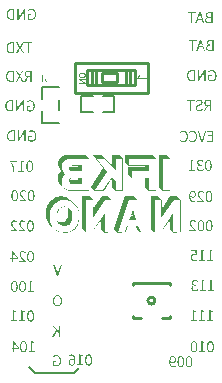
<source format=gbo>
G04 Layer: BottomSilkscreenLayer*
G04 EasyEDA v6.5.9, 2022-08-10 12:44:31*
G04 c5846564ba334fc5ac80b38e15378060,f7cd1a63a7ae402ba8e4f3fce04b6e5d,10*
G04 Gerber Generator version 0.2*
G04 Scale: 100 percent, Rotated: No, Reflected: No *
G04 Dimensions in millimeters *
G04 leading zeros omitted , absolute positions ,4 integer and 5 decimal *
%FSLAX45Y45*%
%MOMM*%

%ADD10C,0.1000*%
%ADD11C,0.2000*%
%ADD12C,0.1524*%
%ADD13C,0.2540*%

%LPD*%
G36*
X290677Y-759612D02*
G01*
X283565Y-765454D01*
X284276Y-766368D01*
X285546Y-766673D01*
X324459Y-766673D01*
X324459Y-790092D01*
X306933Y-790092D01*
X306933Y-766673D01*
X300786Y-766673D01*
X300786Y-790092D01*
X290372Y-790092D01*
X286562Y-784707D01*
X279704Y-791057D01*
X280466Y-792022D01*
X281736Y-792378D01*
X300786Y-792378D01*
X300786Y-825855D01*
X302107Y-826871D01*
X303682Y-827430D01*
X306933Y-827684D01*
X306933Y-792378D01*
X324459Y-792378D01*
X324916Y-797560D01*
X325831Y-802640D01*
X327406Y-807567D01*
X329742Y-812292D01*
X332994Y-816711D01*
X337413Y-820775D01*
X343052Y-824433D01*
X350062Y-827684D01*
X350875Y-826871D01*
X345490Y-823264D01*
X341122Y-819454D01*
X337718Y-815441D01*
X335127Y-811225D01*
X333197Y-806856D01*
X331927Y-802233D01*
X331165Y-797407D01*
X330809Y-792378D01*
X350062Y-792378D01*
X350875Y-790092D01*
X330809Y-790092D01*
X330809Y-766673D01*
X347268Y-766673D01*
X347827Y-764387D01*
X294436Y-764387D01*
G37*
G36*
X1719834Y-234797D02*
G01*
X1713026Y-235102D01*
X1706829Y-236067D01*
X1701444Y-237744D01*
X1696821Y-240131D01*
X1693113Y-243281D01*
X1690370Y-247243D01*
X1688693Y-252018D01*
X1688084Y-257657D01*
X1688225Y-258673D01*
X1698498Y-258673D01*
X1699920Y-251561D01*
X1704238Y-246735D01*
X1711350Y-244043D01*
X1721357Y-243179D01*
X1736089Y-243179D01*
X1736089Y-274675D01*
X1721866Y-274675D01*
X1711147Y-273558D01*
X1703882Y-270408D01*
X1699818Y-265328D01*
X1698498Y-258673D01*
X1688225Y-258673D01*
X1688998Y-264210D01*
X1691589Y-269951D01*
X1695907Y-274574D01*
X1701800Y-277723D01*
X1701800Y-278231D01*
X1693976Y-280924D01*
X1687880Y-285496D01*
X1683918Y-292049D01*
X1682580Y-300075D01*
X1692910Y-300075D01*
X1693367Y-295960D01*
X1694688Y-292455D01*
X1696872Y-289458D01*
X1699818Y-287070D01*
X1703628Y-285191D01*
X1708150Y-283870D01*
X1713382Y-283057D01*
X1719325Y-282803D01*
X1736089Y-282803D01*
X1736089Y-319379D01*
X1719325Y-319379D01*
X1713433Y-319074D01*
X1708251Y-318211D01*
X1703730Y-316738D01*
X1699920Y-314706D01*
X1696923Y-311962D01*
X1694738Y-308660D01*
X1693367Y-304698D01*
X1692910Y-300075D01*
X1682580Y-300075D01*
X1683156Y-306933D01*
X1685086Y-312420D01*
X1688185Y-317093D01*
X1692351Y-320954D01*
X1697482Y-323900D01*
X1703527Y-326034D01*
X1710334Y-327355D01*
X1717802Y-327761D01*
X1746757Y-327761D01*
X1746757Y-234797D01*
G37*
G36*
X1632966Y-234797D02*
G01*
X1613903Y-290169D01*
X1624076Y-290169D01*
X1631492Y-267258D01*
X1638554Y-243433D01*
X1639062Y-243433D01*
X1643684Y-259486D01*
X1653539Y-290169D01*
X1613903Y-290169D01*
X1600962Y-327761D01*
X1612138Y-327761D01*
X1621536Y-298297D01*
X1656080Y-298297D01*
X1665732Y-327761D01*
X1676146Y-327761D01*
X1644396Y-234797D01*
G37*
G36*
X1536446Y-234797D02*
G01*
X1536446Y-243687D01*
X1564894Y-243687D01*
X1564894Y-327761D01*
X1575562Y-327761D01*
X1575562Y-243687D01*
X1603756Y-243687D01*
X1603756Y-234797D01*
G37*
G36*
X1727962Y-468630D02*
G01*
X1721104Y-468934D01*
X1714957Y-469900D01*
X1709521Y-471576D01*
X1704949Y-473964D01*
X1701241Y-477113D01*
X1698498Y-481076D01*
X1696770Y-485851D01*
X1696212Y-491490D01*
X1696353Y-492506D01*
X1706625Y-492506D01*
X1708048Y-485393D01*
X1712315Y-480568D01*
X1719478Y-477875D01*
X1729486Y-477012D01*
X1744218Y-477012D01*
X1744218Y-508508D01*
X1729993Y-508508D01*
X1719275Y-507390D01*
X1712010Y-504240D01*
X1707896Y-499160D01*
X1706625Y-492506D01*
X1696353Y-492506D01*
X1697126Y-498043D01*
X1699717Y-503834D01*
X1704035Y-508406D01*
X1709928Y-511556D01*
X1709928Y-512064D01*
X1702104Y-514756D01*
X1696008Y-519328D01*
X1692046Y-525881D01*
X1690708Y-533908D01*
X1701038Y-533908D01*
X1701495Y-529793D01*
X1702816Y-526288D01*
X1705000Y-523290D01*
X1707946Y-520903D01*
X1711706Y-519023D01*
X1716278Y-517702D01*
X1721510Y-516890D01*
X1727454Y-516635D01*
X1744218Y-516635D01*
X1744218Y-553212D01*
X1727454Y-553212D01*
X1721561Y-552907D01*
X1716379Y-552043D01*
X1711858Y-550570D01*
X1708048Y-548487D01*
X1705051Y-545795D01*
X1702866Y-542493D01*
X1701495Y-538530D01*
X1701038Y-533908D01*
X1690708Y-533908D01*
X1691284Y-540766D01*
X1693214Y-546252D01*
X1696313Y-550926D01*
X1700479Y-554786D01*
X1705610Y-557733D01*
X1711604Y-559866D01*
X1718411Y-561187D01*
X1725930Y-561594D01*
X1754886Y-561594D01*
X1754886Y-468630D01*
G37*
G36*
X1641093Y-468630D02*
G01*
X1622031Y-524001D01*
X1632204Y-524001D01*
X1639620Y-501091D01*
X1646682Y-477266D01*
X1647189Y-477266D01*
X1651812Y-493318D01*
X1661668Y-524001D01*
X1622031Y-524001D01*
X1609090Y-561594D01*
X1620266Y-561594D01*
X1629664Y-532130D01*
X1664207Y-532130D01*
X1673860Y-561594D01*
X1684274Y-561594D01*
X1652524Y-468630D01*
G37*
G36*
X1544574Y-468630D02*
G01*
X1544574Y-477520D01*
X1573022Y-477520D01*
X1573022Y-561594D01*
X1583690Y-561594D01*
X1583690Y-477520D01*
X1611884Y-477520D01*
X1611884Y-468630D01*
G37*
G36*
X1737868Y-723138D02*
G01*
X1728978Y-724154D01*
X1721662Y-726744D01*
X1715770Y-730300D01*
X1711198Y-734314D01*
X1717039Y-741172D01*
X1720951Y-737768D01*
X1725472Y-734923D01*
X1730908Y-732993D01*
X1737360Y-732282D01*
X1744319Y-732942D01*
X1750568Y-734974D01*
X1756003Y-738225D01*
X1760575Y-742645D01*
X1764233Y-748182D01*
X1766874Y-754786D01*
X1768551Y-762355D01*
X1769110Y-770890D01*
X1768602Y-779475D01*
X1767027Y-787196D01*
X1764436Y-793851D01*
X1760829Y-799490D01*
X1756359Y-804011D01*
X1750872Y-807262D01*
X1744573Y-809294D01*
X1737360Y-810006D01*
X1732280Y-809599D01*
X1727454Y-808431D01*
X1723237Y-806602D01*
X1719834Y-804164D01*
X1719834Y-778764D01*
X1740154Y-778764D01*
X1740154Y-770128D01*
X1710182Y-770128D01*
X1710182Y-808482D01*
X1715312Y-812850D01*
X1721916Y-816305D01*
X1729638Y-818591D01*
X1738375Y-819403D01*
X1744319Y-819048D01*
X1749907Y-817930D01*
X1755190Y-816102D01*
X1760016Y-813612D01*
X1764436Y-810412D01*
X1768348Y-806602D01*
X1771751Y-802132D01*
X1774647Y-797102D01*
X1776933Y-791413D01*
X1778660Y-785215D01*
X1779676Y-778459D01*
X1780032Y-771144D01*
X1779676Y-763879D01*
X1778609Y-757174D01*
X1776882Y-750976D01*
X1774494Y-745388D01*
X1771599Y-740359D01*
X1768093Y-735888D01*
X1764080Y-732078D01*
X1759661Y-728929D01*
X1754733Y-726440D01*
X1749450Y-724611D01*
X1743811Y-723493D01*
G37*
G36*
X1622298Y-724662D02*
G01*
X1622298Y-817625D01*
X1633220Y-817625D01*
X1668018Y-757428D01*
X1678432Y-738378D01*
X1678939Y-738378D01*
X1678127Y-752297D01*
X1677670Y-766572D01*
X1677670Y-817625D01*
X1687575Y-817625D01*
X1687575Y-724662D01*
X1676907Y-724662D01*
X1641602Y-784860D01*
X1631442Y-803910D01*
X1630933Y-803910D01*
X1631899Y-789533D01*
X1632457Y-774954D01*
X1632457Y-724662D01*
G37*
G36*
X1573530Y-724662D02*
G01*
X1566722Y-725017D01*
X1560423Y-726033D01*
X1554734Y-727760D01*
X1549603Y-730148D01*
X1545082Y-733196D01*
X1541119Y-736803D01*
X1537766Y-741070D01*
X1535023Y-745947D01*
X1532890Y-751332D01*
X1531315Y-757326D01*
X1530400Y-763828D01*
X1530096Y-770890D01*
X1541018Y-770890D01*
X1541221Y-765149D01*
X1541932Y-759815D01*
X1543050Y-754938D01*
X1544624Y-750519D01*
X1546656Y-746607D01*
X1549196Y-743153D01*
X1552143Y-740206D01*
X1555597Y-737717D01*
X1559560Y-735838D01*
X1563979Y-734415D01*
X1568907Y-733602D01*
X1574292Y-733298D01*
X1585722Y-733298D01*
X1585722Y-808990D01*
X1574292Y-808990D01*
X1568907Y-808685D01*
X1563979Y-807821D01*
X1559560Y-806348D01*
X1555597Y-804367D01*
X1552143Y-801827D01*
X1549196Y-798779D01*
X1546656Y-795274D01*
X1544624Y-791260D01*
X1543050Y-786790D01*
X1541932Y-781913D01*
X1541221Y-776579D01*
X1541018Y-770890D01*
X1530096Y-770890D01*
X1530400Y-777900D01*
X1531315Y-784402D01*
X1532890Y-790397D01*
X1535023Y-795883D01*
X1537766Y-800811D01*
X1541068Y-805129D01*
X1544980Y-808837D01*
X1549450Y-811936D01*
X1554530Y-814374D01*
X1560118Y-816152D01*
X1566316Y-817270D01*
X1573022Y-817625D01*
X1596390Y-817625D01*
X1596390Y-724662D01*
G37*
G36*
X1632457Y-975106D02*
G01*
X1624380Y-975918D01*
X1617065Y-978204D01*
X1610614Y-981760D01*
X1605280Y-986282D01*
X1610868Y-993140D01*
X1615440Y-989482D01*
X1620520Y-986688D01*
X1626158Y-984910D01*
X1632457Y-984250D01*
X1639773Y-985266D01*
X1645462Y-988110D01*
X1649171Y-992632D01*
X1650492Y-998474D01*
X1649069Y-1004569D01*
X1645412Y-1008989D01*
X1640433Y-1012240D01*
X1634998Y-1014730D01*
X1621536Y-1020318D01*
X1614017Y-1024178D01*
X1607870Y-1029258D01*
X1603756Y-1036066D01*
X1602232Y-1045210D01*
X1602790Y-1050493D01*
X1604416Y-1055420D01*
X1607007Y-1059840D01*
X1610614Y-1063701D01*
X1615084Y-1066901D01*
X1620469Y-1069340D01*
X1626565Y-1070864D01*
X1633474Y-1071372D01*
X1642922Y-1070406D01*
X1651507Y-1067612D01*
X1659128Y-1063244D01*
X1665732Y-1057402D01*
X1659382Y-1050290D01*
X1653793Y-1055116D01*
X1647443Y-1058773D01*
X1640535Y-1061161D01*
X1633220Y-1061974D01*
X1624685Y-1060805D01*
X1618284Y-1057605D01*
X1614271Y-1052525D01*
X1612900Y-1045971D01*
X1614119Y-1039672D01*
X1617421Y-1035151D01*
X1622450Y-1031697D01*
X1628648Y-1028700D01*
X1642110Y-1022858D01*
X1648714Y-1019454D01*
X1654860Y-1014679D01*
X1659382Y-1008075D01*
X1661160Y-999236D01*
X1660601Y-994206D01*
X1658975Y-989584D01*
X1656435Y-985469D01*
X1652981Y-981913D01*
X1648815Y-979068D01*
X1643888Y-976934D01*
X1638452Y-975563D01*
G37*
G36*
X1708150Y-976630D02*
G01*
X1701292Y-976985D01*
X1695094Y-978001D01*
X1689557Y-979779D01*
X1684883Y-982421D01*
X1681073Y-985977D01*
X1678228Y-990447D01*
X1676501Y-995934D01*
X1675892Y-1002537D01*
X1686560Y-1002537D01*
X1688084Y-994460D01*
X1692503Y-989126D01*
X1699717Y-986180D01*
X1709674Y-985266D01*
X1725930Y-985266D01*
X1725930Y-1020826D01*
X1709674Y-1020826D01*
X1699717Y-1019657D01*
X1692503Y-1016253D01*
X1688084Y-1010513D01*
X1686560Y-1002537D01*
X1675892Y-1002537D01*
X1676298Y-1007668D01*
X1677466Y-1012240D01*
X1679295Y-1016304D01*
X1681835Y-1019759D01*
X1684934Y-1022705D01*
X1688642Y-1025144D01*
X1692859Y-1027074D01*
X1697482Y-1028446D01*
X1673606Y-1069594D01*
X1685289Y-1069594D01*
X1708657Y-1029462D01*
X1725930Y-1029462D01*
X1725930Y-1069594D01*
X1736598Y-1069594D01*
X1736598Y-976630D01*
G37*
G36*
X1527810Y-976630D02*
G01*
X1527810Y-985519D01*
X1556258Y-985519D01*
X1556258Y-1069594D01*
X1566926Y-1069594D01*
X1566926Y-985519D01*
X1595374Y-985519D01*
X1595374Y-976630D01*
G37*
G36*
X1574038Y-1237488D02*
G01*
X1566011Y-1238402D01*
X1559052Y-1240891D01*
X1553260Y-1244447D01*
X1548638Y-1248664D01*
X1554480Y-1255522D01*
X1558391Y-1251864D01*
X1562912Y-1249070D01*
X1567992Y-1247292D01*
X1573784Y-1246632D01*
X1580337Y-1247292D01*
X1586230Y-1249324D01*
X1591360Y-1252575D01*
X1595729Y-1256995D01*
X1599285Y-1262532D01*
X1601876Y-1269136D01*
X1603451Y-1276705D01*
X1604010Y-1285240D01*
X1603502Y-1293825D01*
X1601927Y-1301546D01*
X1599438Y-1308201D01*
X1596034Y-1313840D01*
X1591716Y-1318361D01*
X1586636Y-1321612D01*
X1580794Y-1323644D01*
X1574292Y-1324356D01*
X1567840Y-1323644D01*
X1562100Y-1321612D01*
X1556918Y-1318260D01*
X1552194Y-1313688D01*
X1546352Y-1320292D01*
X1552194Y-1326032D01*
X1558747Y-1330248D01*
X1566265Y-1332890D01*
X1574800Y-1333754D01*
X1580388Y-1333398D01*
X1585671Y-1332280D01*
X1590700Y-1330452D01*
X1595323Y-1327962D01*
X1599539Y-1324762D01*
X1603298Y-1320952D01*
X1606600Y-1316482D01*
X1609394Y-1311452D01*
X1611680Y-1305763D01*
X1613306Y-1299565D01*
X1614322Y-1292809D01*
X1614678Y-1285494D01*
X1614322Y-1278229D01*
X1613306Y-1271524D01*
X1611630Y-1265326D01*
X1609344Y-1259738D01*
X1606499Y-1254709D01*
X1603095Y-1250238D01*
X1599285Y-1246428D01*
X1594967Y-1243279D01*
X1590243Y-1240790D01*
X1585163Y-1238961D01*
X1579727Y-1237843D01*
G37*
G36*
X1497330Y-1237488D02*
G01*
X1489303Y-1238402D01*
X1482344Y-1240891D01*
X1476552Y-1244447D01*
X1471930Y-1248664D01*
X1477772Y-1255522D01*
X1481683Y-1251864D01*
X1486204Y-1249070D01*
X1491284Y-1247292D01*
X1497076Y-1246632D01*
X1503629Y-1247292D01*
X1509522Y-1249324D01*
X1514652Y-1252575D01*
X1519021Y-1256995D01*
X1522577Y-1262532D01*
X1525168Y-1269136D01*
X1526743Y-1276705D01*
X1527302Y-1285240D01*
X1526794Y-1293825D01*
X1525219Y-1301546D01*
X1522730Y-1308201D01*
X1519326Y-1313840D01*
X1515008Y-1318361D01*
X1509928Y-1321612D01*
X1504086Y-1323644D01*
X1497584Y-1324356D01*
X1491132Y-1323644D01*
X1485392Y-1321612D01*
X1480210Y-1318260D01*
X1475486Y-1313688D01*
X1469644Y-1320292D01*
X1475486Y-1326032D01*
X1482039Y-1330248D01*
X1489557Y-1332890D01*
X1498092Y-1333754D01*
X1503680Y-1333398D01*
X1508963Y-1332280D01*
X1513992Y-1330452D01*
X1518615Y-1327962D01*
X1522831Y-1324762D01*
X1526590Y-1320952D01*
X1529892Y-1316482D01*
X1532686Y-1311452D01*
X1534972Y-1305763D01*
X1536598Y-1299565D01*
X1537614Y-1292809D01*
X1537970Y-1285494D01*
X1537614Y-1278229D01*
X1536598Y-1271524D01*
X1534922Y-1265326D01*
X1532636Y-1259738D01*
X1529791Y-1254709D01*
X1526438Y-1250238D01*
X1522577Y-1246428D01*
X1518259Y-1243279D01*
X1513535Y-1240790D01*
X1508455Y-1238961D01*
X1503019Y-1237843D01*
G37*
G36*
X1701038Y-1239012D02*
G01*
X1701038Y-1247902D01*
X1743456Y-1247902D01*
X1743456Y-1278382D01*
X1707896Y-1278382D01*
X1707896Y-1287272D01*
X1743456Y-1287272D01*
X1743456Y-1323086D01*
X1699768Y-1323086D01*
X1699768Y-1331976D01*
X1754124Y-1331976D01*
X1754124Y-1239012D01*
G37*
G36*
X1621028Y-1239012D02*
G01*
X1650746Y-1331976D01*
X1662684Y-1331976D01*
X1692656Y-1239012D01*
X1681480Y-1239012D01*
X1663649Y-1298295D01*
X1659331Y-1313230D01*
X1656842Y-1321054D01*
X1656334Y-1321054D01*
X1646936Y-1290320D01*
X1631696Y-1239012D01*
G37*
G36*
X1710436Y-1483106D02*
G01*
X1706270Y-1483410D01*
X1702358Y-1484426D01*
X1698752Y-1486052D01*
X1695450Y-1488338D01*
X1692503Y-1491284D01*
X1689862Y-1494891D01*
X1687575Y-1499158D01*
X1685696Y-1504137D01*
X1684223Y-1509776D01*
X1683156Y-1516126D01*
X1682445Y-1523136D01*
X1682242Y-1530858D01*
X1692148Y-1530858D01*
X1692503Y-1521358D01*
X1693468Y-1513230D01*
X1695043Y-1506474D01*
X1697177Y-1500987D01*
X1699869Y-1496771D01*
X1702968Y-1493824D01*
X1706524Y-1492046D01*
X1710436Y-1491488D01*
X1714449Y-1492046D01*
X1718056Y-1493824D01*
X1721205Y-1496771D01*
X1723898Y-1500987D01*
X1726082Y-1506474D01*
X1727657Y-1513230D01*
X1728622Y-1521358D01*
X1728978Y-1530858D01*
X1728622Y-1540459D01*
X1727657Y-1548688D01*
X1726082Y-1555597D01*
X1723898Y-1561185D01*
X1721205Y-1565503D01*
X1718056Y-1568551D01*
X1714449Y-1570380D01*
X1710436Y-1570990D01*
X1706524Y-1570380D01*
X1702968Y-1568602D01*
X1699869Y-1565503D01*
X1697177Y-1561185D01*
X1695043Y-1555597D01*
X1693468Y-1548688D01*
X1692503Y-1540459D01*
X1692148Y-1530858D01*
X1682242Y-1530858D01*
X1682445Y-1538579D01*
X1683156Y-1545640D01*
X1684223Y-1552041D01*
X1685696Y-1557782D01*
X1687575Y-1562811D01*
X1689862Y-1567230D01*
X1692503Y-1570939D01*
X1695450Y-1573987D01*
X1698752Y-1576324D01*
X1702358Y-1578000D01*
X1706270Y-1579016D01*
X1710436Y-1579372D01*
X1714703Y-1579016D01*
X1718665Y-1578000D01*
X1722323Y-1576324D01*
X1725675Y-1573987D01*
X1728673Y-1570939D01*
X1731365Y-1567230D01*
X1733651Y-1562811D01*
X1735582Y-1557782D01*
X1737106Y-1552041D01*
X1738223Y-1545640D01*
X1738884Y-1538579D01*
X1739138Y-1530858D01*
X1738884Y-1523136D01*
X1738223Y-1516126D01*
X1737106Y-1509776D01*
X1735582Y-1504137D01*
X1733651Y-1499158D01*
X1731365Y-1494891D01*
X1728673Y-1491284D01*
X1725675Y-1488338D01*
X1722323Y-1486052D01*
X1718665Y-1484426D01*
X1714703Y-1483410D01*
G37*
G36*
X1642872Y-1483106D02*
G01*
X1637385Y-1483512D01*
X1632305Y-1484630D01*
X1627835Y-1486509D01*
X1623923Y-1489100D01*
X1620774Y-1492351D01*
X1618437Y-1496263D01*
X1616964Y-1500835D01*
X1616456Y-1505966D01*
X1617624Y-1513941D01*
X1620977Y-1520342D01*
X1626209Y-1525168D01*
X1632966Y-1528572D01*
X1632966Y-1529080D01*
X1625244Y-1532077D01*
X1618945Y-1537106D01*
X1614728Y-1544116D01*
X1613154Y-1552956D01*
X1613763Y-1558848D01*
X1615440Y-1564030D01*
X1618132Y-1568551D01*
X1621688Y-1572361D01*
X1625955Y-1575358D01*
X1630933Y-1577543D01*
X1636420Y-1578914D01*
X1642364Y-1579372D01*
X1652270Y-1578305D01*
X1660347Y-1575409D01*
X1666798Y-1571345D01*
X1671828Y-1566672D01*
X1666493Y-1559814D01*
X1662125Y-1563827D01*
X1656892Y-1567230D01*
X1650644Y-1569618D01*
X1643125Y-1570482D01*
X1635251Y-1569212D01*
X1629054Y-1565656D01*
X1625041Y-1559966D01*
X1623568Y-1552448D01*
X1623923Y-1548333D01*
X1625142Y-1544624D01*
X1627174Y-1541373D01*
X1630222Y-1538630D01*
X1634236Y-1536395D01*
X1639316Y-1534769D01*
X1645564Y-1533753D01*
X1653032Y-1533398D01*
X1653032Y-1525016D01*
X1646377Y-1524660D01*
X1640789Y-1523644D01*
X1636268Y-1521968D01*
X1632712Y-1519783D01*
X1630070Y-1517091D01*
X1628241Y-1513992D01*
X1627225Y-1510487D01*
X1626870Y-1506728D01*
X1628038Y-1500479D01*
X1631289Y-1495704D01*
X1636420Y-1492605D01*
X1643125Y-1491488D01*
X1648663Y-1492148D01*
X1653844Y-1494078D01*
X1658569Y-1496974D01*
X1662684Y-1500632D01*
X1668525Y-1493774D01*
X1663141Y-1489557D01*
X1657146Y-1486154D01*
X1650441Y-1483918D01*
G37*
G36*
X1563624Y-1484630D02*
G01*
X1563624Y-1568958D01*
X1544574Y-1568958D01*
X1544574Y-1577594D01*
X1594612Y-1577594D01*
X1594612Y-1568958D01*
X1573784Y-1568958D01*
X1573784Y-1497838D01*
X1590294Y-1497838D01*
X1590294Y-1490980D01*
X1584604Y-1489760D01*
X1579676Y-1488287D01*
X1575308Y-1486611D01*
X1571498Y-1484630D01*
G37*
G36*
X1715516Y-1745742D02*
G01*
X1711350Y-1746046D01*
X1707438Y-1747062D01*
X1703832Y-1748688D01*
X1700530Y-1750974D01*
X1697583Y-1753920D01*
X1694942Y-1757527D01*
X1692656Y-1761794D01*
X1690776Y-1766773D01*
X1689303Y-1772412D01*
X1688236Y-1778762D01*
X1687525Y-1785772D01*
X1687322Y-1793493D01*
X1697482Y-1793493D01*
X1697837Y-1783994D01*
X1698802Y-1775866D01*
X1700377Y-1769110D01*
X1702511Y-1763623D01*
X1705102Y-1759407D01*
X1708200Y-1756460D01*
X1711655Y-1754682D01*
X1715516Y-1754124D01*
X1719529Y-1754682D01*
X1723136Y-1756460D01*
X1726285Y-1759407D01*
X1728978Y-1763623D01*
X1731162Y-1769110D01*
X1732737Y-1775866D01*
X1733702Y-1783994D01*
X1734057Y-1793493D01*
X1733702Y-1803095D01*
X1732737Y-1811324D01*
X1731162Y-1818233D01*
X1728978Y-1823872D01*
X1726285Y-1828139D01*
X1723136Y-1831187D01*
X1719529Y-1833016D01*
X1715516Y-1833625D01*
X1711655Y-1833016D01*
X1708200Y-1831238D01*
X1705102Y-1828139D01*
X1702511Y-1823821D01*
X1700377Y-1818233D01*
X1698802Y-1811324D01*
X1697837Y-1803095D01*
X1697482Y-1793493D01*
X1687322Y-1793493D01*
X1687525Y-1801215D01*
X1688236Y-1808276D01*
X1689303Y-1814677D01*
X1690776Y-1820418D01*
X1692656Y-1825447D01*
X1694942Y-1829866D01*
X1697583Y-1833575D01*
X1700530Y-1836623D01*
X1703832Y-1838960D01*
X1707438Y-1840636D01*
X1711350Y-1841652D01*
X1715516Y-1842007D01*
X1719783Y-1841652D01*
X1723745Y-1840636D01*
X1727403Y-1838960D01*
X1730756Y-1836623D01*
X1733753Y-1833575D01*
X1736445Y-1829866D01*
X1738731Y-1825447D01*
X1740662Y-1820418D01*
X1742186Y-1814677D01*
X1743303Y-1808276D01*
X1743964Y-1801215D01*
X1744218Y-1793493D01*
X1743964Y-1785772D01*
X1743303Y-1778762D01*
X1742186Y-1772412D01*
X1740662Y-1766773D01*
X1738731Y-1761794D01*
X1736445Y-1757527D01*
X1733753Y-1753920D01*
X1730756Y-1750974D01*
X1727403Y-1748688D01*
X1723745Y-1747062D01*
X1719783Y-1746046D01*
G37*
G36*
X1648714Y-1745742D02*
G01*
X1642821Y-1746250D01*
X1637588Y-1747672D01*
X1633016Y-1749958D01*
X1629206Y-1753107D01*
X1626107Y-1757019D01*
X1623872Y-1761591D01*
X1622501Y-1766824D01*
X1622044Y-1772666D01*
X1622348Y-1777441D01*
X1623263Y-1782216D01*
X1624685Y-1786991D01*
X1626717Y-1791817D01*
X1629206Y-1796643D01*
X1632254Y-1801520D01*
X1635709Y-1806448D01*
X1643989Y-1816506D01*
X1653895Y-1826818D01*
X1659382Y-1832102D01*
X1651762Y-1831543D01*
X1644142Y-1831339D01*
X1617726Y-1831339D01*
X1617726Y-1840230D01*
X1675130Y-1840230D01*
X1675130Y-1834134D01*
X1668018Y-1827784D01*
X1661617Y-1821738D01*
X1655876Y-1815947D01*
X1650796Y-1810359D01*
X1646326Y-1805025D01*
X1642516Y-1799945D01*
X1639316Y-1795018D01*
X1636725Y-1790344D01*
X1634744Y-1785823D01*
X1633321Y-1781454D01*
X1632457Y-1777238D01*
X1632204Y-1773174D01*
X1633270Y-1765604D01*
X1636522Y-1759559D01*
X1642059Y-1755546D01*
X1649984Y-1754124D01*
X1655521Y-1754987D01*
X1660601Y-1757273D01*
X1665325Y-1760778D01*
X1669542Y-1765046D01*
X1675892Y-1759204D01*
X1670050Y-1753666D01*
X1663801Y-1749399D01*
X1656842Y-1746707D01*
G37*
G36*
X1579372Y-1745742D02*
G01*
X1574952Y-1746046D01*
X1570837Y-1746961D01*
X1566926Y-1748485D01*
X1563319Y-1750618D01*
X1560068Y-1753362D01*
X1557121Y-1756714D01*
X1554581Y-1760677D01*
X1552397Y-1765249D01*
X1550670Y-1770380D01*
X1549450Y-1776120D01*
X1548638Y-1782470D01*
X1548569Y-1784350D01*
X1558290Y-1784350D01*
X1559052Y-1777390D01*
X1560322Y-1771294D01*
X1562150Y-1766011D01*
X1564538Y-1761642D01*
X1567434Y-1758188D01*
X1570888Y-1755648D01*
X1574850Y-1754124D01*
X1579372Y-1753616D01*
X1585772Y-1755241D01*
X1590954Y-1759762D01*
X1594358Y-1766671D01*
X1595628Y-1775460D01*
X1594561Y-1784299D01*
X1591360Y-1791106D01*
X1585976Y-1795475D01*
X1578356Y-1797050D01*
X1573428Y-1796338D01*
X1568297Y-1794052D01*
X1563217Y-1790090D01*
X1558290Y-1784350D01*
X1548569Y-1784350D01*
X1548384Y-1789430D01*
X1548688Y-1798472D01*
X1549654Y-1806549D01*
X1551178Y-1813712D01*
X1553210Y-1820011D01*
X1555750Y-1825396D01*
X1558645Y-1830019D01*
X1561896Y-1833829D01*
X1565452Y-1836826D01*
X1569262Y-1839163D01*
X1573276Y-1840738D01*
X1577441Y-1841703D01*
X1581658Y-1842007D01*
X1588566Y-1841296D01*
X1594510Y-1839315D01*
X1599539Y-1836318D01*
X1603756Y-1832610D01*
X1597914Y-1826006D01*
X1594561Y-1829054D01*
X1590700Y-1831289D01*
X1586534Y-1832660D01*
X1582166Y-1833118D01*
X1577695Y-1832610D01*
X1573377Y-1831086D01*
X1569466Y-1828342D01*
X1565960Y-1824278D01*
X1562963Y-1818843D01*
X1560626Y-1811883D01*
X1559052Y-1803298D01*
X1558290Y-1792986D01*
X1563014Y-1797862D01*
X1568348Y-1801622D01*
X1574088Y-1804060D01*
X1580134Y-1804924D01*
X1585671Y-1804466D01*
X1590649Y-1803044D01*
X1594967Y-1800707D01*
X1598625Y-1797405D01*
X1601571Y-1793290D01*
X1603756Y-1788210D01*
X1605076Y-1782267D01*
X1605534Y-1775460D01*
X1604975Y-1769160D01*
X1603400Y-1763420D01*
X1600962Y-1758340D01*
X1597710Y-1754022D01*
X1593799Y-1750517D01*
X1589328Y-1747926D01*
X1584502Y-1746300D01*
G37*
G36*
X1717802Y-1993392D02*
G01*
X1713585Y-1993696D01*
X1709623Y-1994712D01*
X1705965Y-1996338D01*
X1702612Y-1998624D01*
X1699666Y-2001570D01*
X1697024Y-2005177D01*
X1694738Y-2009444D01*
X1692859Y-2014423D01*
X1691335Y-2020062D01*
X1690268Y-2026412D01*
X1689557Y-2033422D01*
X1689354Y-2041143D01*
X1699514Y-2041143D01*
X1699869Y-2031644D01*
X1700834Y-2023516D01*
X1702409Y-2016760D01*
X1704543Y-2011273D01*
X1707235Y-2007057D01*
X1710334Y-2004110D01*
X1713890Y-2002332D01*
X1717802Y-2001774D01*
X1721713Y-2002332D01*
X1725320Y-2004110D01*
X1728470Y-2007057D01*
X1731162Y-2011273D01*
X1733346Y-2016760D01*
X1734972Y-2023516D01*
X1735988Y-2031644D01*
X1736343Y-2041143D01*
X1735988Y-2050745D01*
X1734972Y-2058974D01*
X1733346Y-2065883D01*
X1731162Y-2071522D01*
X1728470Y-2075789D01*
X1725320Y-2078837D01*
X1721713Y-2080666D01*
X1717802Y-2081275D01*
X1713890Y-2080666D01*
X1710334Y-2078888D01*
X1707235Y-2075789D01*
X1704543Y-2071471D01*
X1702409Y-2065883D01*
X1700834Y-2058974D01*
X1699869Y-2050745D01*
X1699514Y-2041143D01*
X1689354Y-2041143D01*
X1689557Y-2048865D01*
X1690268Y-2055926D01*
X1691335Y-2062327D01*
X1692859Y-2068068D01*
X1694738Y-2073097D01*
X1697024Y-2077516D01*
X1699666Y-2081225D01*
X1702612Y-2084273D01*
X1705965Y-2086610D01*
X1709623Y-2088286D01*
X1713585Y-2089302D01*
X1717802Y-2089657D01*
X1722018Y-2089302D01*
X1725980Y-2088286D01*
X1729638Y-2086610D01*
X1732991Y-2084273D01*
X1735937Y-2081225D01*
X1738579Y-2077516D01*
X1740865Y-2073097D01*
X1742744Y-2068068D01*
X1744268Y-2062327D01*
X1745335Y-2055926D01*
X1746046Y-2048865D01*
X1746250Y-2041143D01*
X1746046Y-2033422D01*
X1745335Y-2026412D01*
X1744268Y-2020062D01*
X1742744Y-2014423D01*
X1740865Y-2009444D01*
X1738579Y-2005177D01*
X1735937Y-2001570D01*
X1732991Y-1998624D01*
X1729638Y-1996338D01*
X1725980Y-1994712D01*
X1722018Y-1993696D01*
G37*
G36*
X1647952Y-1993392D02*
G01*
X1643786Y-1993696D01*
X1639874Y-1994712D01*
X1636268Y-1996338D01*
X1632966Y-1998624D01*
X1630019Y-2001570D01*
X1627378Y-2005177D01*
X1625092Y-2009444D01*
X1623212Y-2014423D01*
X1621739Y-2020062D01*
X1620672Y-2026412D01*
X1619961Y-2033422D01*
X1619758Y-2041143D01*
X1629664Y-2041143D01*
X1630019Y-2031644D01*
X1630984Y-2023516D01*
X1632559Y-2016760D01*
X1634693Y-2011273D01*
X1637385Y-2007057D01*
X1640484Y-2004110D01*
X1644040Y-2002332D01*
X1647952Y-2001774D01*
X1651965Y-2002332D01*
X1655572Y-2004110D01*
X1658721Y-2007057D01*
X1661414Y-2011273D01*
X1663598Y-2016760D01*
X1665173Y-2023516D01*
X1666138Y-2031644D01*
X1666493Y-2041143D01*
X1666138Y-2050745D01*
X1665173Y-2058974D01*
X1663598Y-2065883D01*
X1661414Y-2071522D01*
X1658721Y-2075789D01*
X1655572Y-2078837D01*
X1651965Y-2080666D01*
X1647952Y-2081275D01*
X1644040Y-2080666D01*
X1640484Y-2078888D01*
X1637385Y-2075789D01*
X1634693Y-2071471D01*
X1632559Y-2065883D01*
X1630984Y-2058974D01*
X1630019Y-2050745D01*
X1629664Y-2041143D01*
X1619758Y-2041143D01*
X1619961Y-2048865D01*
X1620672Y-2055926D01*
X1621739Y-2062327D01*
X1623212Y-2068068D01*
X1625092Y-2073097D01*
X1627378Y-2077516D01*
X1630019Y-2081225D01*
X1632966Y-2084273D01*
X1636268Y-2086610D01*
X1639874Y-2088286D01*
X1643786Y-2089302D01*
X1647952Y-2089657D01*
X1652219Y-2089302D01*
X1656181Y-2088286D01*
X1659839Y-2086610D01*
X1663192Y-2084273D01*
X1666189Y-2081225D01*
X1668881Y-2077516D01*
X1671167Y-2073097D01*
X1673098Y-2068068D01*
X1674622Y-2062327D01*
X1675739Y-2055926D01*
X1676400Y-2048865D01*
X1676654Y-2041143D01*
X1676400Y-2033422D01*
X1675739Y-2026412D01*
X1674622Y-2020062D01*
X1673098Y-2014423D01*
X1671167Y-2009444D01*
X1668881Y-2005177D01*
X1666189Y-2001570D01*
X1663192Y-1998624D01*
X1659839Y-1996338D01*
X1656181Y-1994712D01*
X1652219Y-1993696D01*
G37*
G36*
X1581150Y-1993392D02*
G01*
X1575257Y-1993900D01*
X1570024Y-1995322D01*
X1565452Y-1997608D01*
X1561642Y-2000757D01*
X1558544Y-2004669D01*
X1556308Y-2009241D01*
X1554937Y-2014474D01*
X1554480Y-2020316D01*
X1554784Y-2025091D01*
X1555699Y-2029866D01*
X1557121Y-2034641D01*
X1559153Y-2039467D01*
X1561642Y-2044293D01*
X1564690Y-2049170D01*
X1568145Y-2054098D01*
X1576425Y-2064156D01*
X1586331Y-2074468D01*
X1591818Y-2079752D01*
X1584198Y-2079193D01*
X1576578Y-2078989D01*
X1549908Y-2078989D01*
X1549908Y-2087880D01*
X1607566Y-2087880D01*
X1607566Y-2081784D01*
X1600454Y-2075434D01*
X1594053Y-2069388D01*
X1588312Y-2063597D01*
X1583232Y-2058009D01*
X1578762Y-2052675D01*
X1574952Y-2047595D01*
X1571752Y-2042668D01*
X1569161Y-2037994D01*
X1567180Y-2033473D01*
X1565757Y-2029104D01*
X1564894Y-2024888D01*
X1564640Y-2020824D01*
X1565706Y-2013254D01*
X1568907Y-2007209D01*
X1574393Y-2003196D01*
X1582166Y-2001774D01*
X1587855Y-2002637D01*
X1593037Y-2004923D01*
X1597761Y-2008428D01*
X1601978Y-2012696D01*
X1608074Y-2006854D01*
X1602384Y-2001316D01*
X1596136Y-1997049D01*
X1589125Y-1994357D01*
G37*
G36*
X1721866Y-2247138D02*
G01*
X1721866Y-2331466D01*
X1703070Y-2331466D01*
X1703070Y-2340102D01*
X1753107Y-2340102D01*
X1753107Y-2331466D01*
X1732280Y-2331466D01*
X1732280Y-2260346D01*
X1748536Y-2260346D01*
X1748536Y-2253488D01*
X1742948Y-2252268D01*
X1737969Y-2250795D01*
X1733600Y-2249119D01*
X1729739Y-2247138D01*
G37*
G36*
X1652270Y-2247138D02*
G01*
X1652270Y-2331466D01*
X1633220Y-2331466D01*
X1633220Y-2340102D01*
X1683257Y-2340102D01*
X1683257Y-2331466D01*
X1662430Y-2331466D01*
X1662430Y-2260346D01*
X1678939Y-2260346D01*
X1678939Y-2253488D01*
X1673250Y-2252268D01*
X1668322Y-2250795D01*
X1663954Y-2249119D01*
X1660143Y-2247138D01*
G37*
G36*
X1566418Y-2247138D02*
G01*
X1566418Y-2256028D01*
X1601724Y-2256028D01*
X1604264Y-2284222D01*
X1601012Y-2282494D01*
X1597609Y-2281224D01*
X1593900Y-2280412D01*
X1589786Y-2280158D01*
X1584198Y-2280615D01*
X1579016Y-2281936D01*
X1574342Y-2284222D01*
X1570228Y-2287422D01*
X1566824Y-2291588D01*
X1564284Y-2296769D01*
X1562658Y-2302916D01*
X1562100Y-2310130D01*
X1562760Y-2317242D01*
X1564589Y-2323541D01*
X1567484Y-2328976D01*
X1571294Y-2333548D01*
X1575765Y-2337104D01*
X1580845Y-2339746D01*
X1586331Y-2341321D01*
X1592072Y-2341880D01*
X1601876Y-2340813D01*
X1609801Y-2337917D01*
X1616202Y-2333955D01*
X1621282Y-2329434D01*
X1616202Y-2322576D01*
X1611884Y-2326538D01*
X1606702Y-2329891D01*
X1600454Y-2332126D01*
X1592834Y-2332990D01*
X1584960Y-2331415D01*
X1578457Y-2326894D01*
X1574139Y-2319680D01*
X1572514Y-2310130D01*
X1573936Y-2300935D01*
X1577949Y-2294077D01*
X1584198Y-2289759D01*
X1592326Y-2288286D01*
X1596694Y-2288641D01*
X1600555Y-2289759D01*
X1604264Y-2291486D01*
X1608074Y-2293874D01*
X1613916Y-2290318D01*
X1610868Y-2247138D01*
G37*
G36*
X1597406Y-2500122D02*
G01*
X1591919Y-2500528D01*
X1586839Y-2501646D01*
X1582369Y-2503525D01*
X1578457Y-2506116D01*
X1575308Y-2509367D01*
X1572971Y-2513279D01*
X1571498Y-2517851D01*
X1570990Y-2522982D01*
X1572158Y-2530957D01*
X1575511Y-2537307D01*
X1580743Y-2542184D01*
X1587500Y-2545588D01*
X1587500Y-2546096D01*
X1579778Y-2549093D01*
X1573479Y-2554122D01*
X1569262Y-2561132D01*
X1567688Y-2569972D01*
X1568297Y-2575864D01*
X1569974Y-2581046D01*
X1572666Y-2585567D01*
X1576222Y-2589377D01*
X1580489Y-2592374D01*
X1585468Y-2594559D01*
X1590954Y-2595930D01*
X1596898Y-2596388D01*
X1606804Y-2595321D01*
X1614881Y-2592425D01*
X1621332Y-2588361D01*
X1626362Y-2583688D01*
X1621028Y-2576830D01*
X1616659Y-2580843D01*
X1611426Y-2584246D01*
X1605178Y-2586634D01*
X1597660Y-2587498D01*
X1589786Y-2586228D01*
X1583588Y-2582672D01*
X1579575Y-2576982D01*
X1578102Y-2569464D01*
X1578457Y-2565349D01*
X1579676Y-2561640D01*
X1581708Y-2558389D01*
X1584756Y-2555646D01*
X1588770Y-2553411D01*
X1593850Y-2551785D01*
X1600098Y-2550769D01*
X1607566Y-2550414D01*
X1607566Y-2542032D01*
X1600911Y-2541676D01*
X1595323Y-2540660D01*
X1590802Y-2538984D01*
X1587246Y-2536799D01*
X1584604Y-2534107D01*
X1582775Y-2531008D01*
X1581759Y-2527503D01*
X1581404Y-2523744D01*
X1582572Y-2517495D01*
X1585823Y-2512720D01*
X1590954Y-2509621D01*
X1597660Y-2508504D01*
X1603197Y-2509164D01*
X1608378Y-2511094D01*
X1613103Y-2513990D01*
X1617218Y-2517648D01*
X1623060Y-2510790D01*
X1617675Y-2506573D01*
X1611680Y-2503170D01*
X1604975Y-2500934D01*
G37*
G36*
X1727200Y-2501646D02*
G01*
X1727200Y-2585974D01*
X1708404Y-2585974D01*
X1708404Y-2594610D01*
X1758442Y-2594610D01*
X1758442Y-2585974D01*
X1737614Y-2585974D01*
X1737614Y-2514854D01*
X1753870Y-2514854D01*
X1753870Y-2507996D01*
X1748282Y-2506776D01*
X1743303Y-2505303D01*
X1738934Y-2503627D01*
X1735074Y-2501646D01*
G37*
G36*
X1657604Y-2501646D02*
G01*
X1657604Y-2585974D01*
X1638554Y-2585974D01*
X1638554Y-2594610D01*
X1688592Y-2594610D01*
X1688592Y-2585974D01*
X1667764Y-2585974D01*
X1667764Y-2514854D01*
X1684274Y-2514854D01*
X1684274Y-2507996D01*
X1678584Y-2506776D01*
X1673656Y-2505303D01*
X1669288Y-2503627D01*
X1665478Y-2501646D01*
G37*
G36*
X1720088Y-2757932D02*
G01*
X1720088Y-2842260D01*
X1701292Y-2842260D01*
X1701292Y-2850896D01*
X1751330Y-2850896D01*
X1751330Y-2842260D01*
X1730502Y-2842260D01*
X1730502Y-2771140D01*
X1746757Y-2771140D01*
X1746757Y-2764282D01*
X1741170Y-2763062D01*
X1736242Y-2761589D01*
X1731822Y-2759913D01*
X1727962Y-2757932D01*
G37*
G36*
X1650492Y-2757932D02*
G01*
X1650492Y-2842260D01*
X1631442Y-2842260D01*
X1631442Y-2850896D01*
X1681480Y-2850896D01*
X1681480Y-2842260D01*
X1660652Y-2842260D01*
X1660652Y-2771140D01*
X1677162Y-2771140D01*
X1677162Y-2764282D01*
X1671472Y-2763062D01*
X1666544Y-2761589D01*
X1662175Y-2759913D01*
X1658366Y-2757932D01*
G37*
G36*
X1580642Y-2757932D02*
G01*
X1580642Y-2842260D01*
X1561846Y-2842260D01*
X1561846Y-2850896D01*
X1611884Y-2850896D01*
X1611884Y-2842260D01*
X1591056Y-2842260D01*
X1591056Y-2771140D01*
X1607312Y-2771140D01*
X1607312Y-2764282D01*
X1601724Y-2763062D01*
X1596745Y-2761589D01*
X1592376Y-2759913D01*
X1588516Y-2757932D01*
G37*
G36*
X1728216Y-3018536D02*
G01*
X1723999Y-3018840D01*
X1720037Y-3019856D01*
X1716379Y-3021482D01*
X1713026Y-3023768D01*
X1710080Y-3026714D01*
X1707438Y-3030321D01*
X1705152Y-3034588D01*
X1703273Y-3039567D01*
X1701749Y-3045206D01*
X1700682Y-3051556D01*
X1699971Y-3058566D01*
X1699768Y-3066288D01*
X1709928Y-3066288D01*
X1710283Y-3056788D01*
X1711248Y-3048660D01*
X1712823Y-3041904D01*
X1714957Y-3036417D01*
X1717649Y-3032201D01*
X1720748Y-3029254D01*
X1724304Y-3027476D01*
X1728216Y-3026918D01*
X1732127Y-3027476D01*
X1735734Y-3029254D01*
X1738884Y-3032201D01*
X1741576Y-3036417D01*
X1743760Y-3041904D01*
X1745386Y-3048660D01*
X1746402Y-3056788D01*
X1746757Y-3066288D01*
X1746402Y-3075889D01*
X1745386Y-3084118D01*
X1743760Y-3091027D01*
X1741576Y-3096666D01*
X1738884Y-3100933D01*
X1735734Y-3104032D01*
X1732127Y-3105810D01*
X1728216Y-3106420D01*
X1724304Y-3105810D01*
X1720748Y-3104032D01*
X1717649Y-3100933D01*
X1714957Y-3096666D01*
X1712823Y-3091027D01*
X1711248Y-3084118D01*
X1710283Y-3075889D01*
X1709928Y-3066288D01*
X1699768Y-3066288D01*
X1699971Y-3074009D01*
X1700682Y-3081070D01*
X1701749Y-3087471D01*
X1703273Y-3093212D01*
X1705152Y-3098241D01*
X1707438Y-3102660D01*
X1710080Y-3106369D01*
X1713026Y-3109417D01*
X1716379Y-3111754D01*
X1720037Y-3113430D01*
X1723999Y-3114446D01*
X1728216Y-3114802D01*
X1732432Y-3114446D01*
X1736394Y-3113430D01*
X1740052Y-3111754D01*
X1743405Y-3109417D01*
X1746351Y-3106369D01*
X1748993Y-3102660D01*
X1751279Y-3098241D01*
X1753158Y-3093212D01*
X1754682Y-3087471D01*
X1755749Y-3081070D01*
X1756460Y-3074009D01*
X1756664Y-3066288D01*
X1756460Y-3058566D01*
X1755749Y-3051556D01*
X1754682Y-3045206D01*
X1753158Y-3039567D01*
X1751279Y-3034588D01*
X1748993Y-3030321D01*
X1746351Y-3026714D01*
X1743405Y-3023768D01*
X1740052Y-3021482D01*
X1736394Y-3019856D01*
X1732432Y-3018840D01*
G37*
G36*
X1588770Y-3018536D02*
G01*
X1584553Y-3018840D01*
X1580591Y-3019856D01*
X1576933Y-3021482D01*
X1573580Y-3023768D01*
X1570634Y-3026714D01*
X1567992Y-3030321D01*
X1565706Y-3034588D01*
X1563827Y-3039567D01*
X1562303Y-3045206D01*
X1561236Y-3051556D01*
X1560525Y-3058566D01*
X1560322Y-3066288D01*
X1570482Y-3066288D01*
X1570837Y-3056788D01*
X1571802Y-3048660D01*
X1573377Y-3041904D01*
X1575511Y-3036417D01*
X1578203Y-3032201D01*
X1581302Y-3029254D01*
X1584858Y-3027476D01*
X1588770Y-3026918D01*
X1592681Y-3027476D01*
X1596288Y-3029254D01*
X1599438Y-3032201D01*
X1602130Y-3036417D01*
X1604314Y-3041904D01*
X1605940Y-3048660D01*
X1606956Y-3056788D01*
X1607312Y-3066288D01*
X1606956Y-3075889D01*
X1605940Y-3084118D01*
X1604314Y-3091027D01*
X1602130Y-3096666D01*
X1599438Y-3100933D01*
X1596288Y-3104032D01*
X1592681Y-3105810D01*
X1588770Y-3106420D01*
X1584858Y-3105810D01*
X1581302Y-3104032D01*
X1578203Y-3100933D01*
X1575511Y-3096666D01*
X1573377Y-3091027D01*
X1571802Y-3084118D01*
X1570837Y-3075889D01*
X1570482Y-3066288D01*
X1560322Y-3066288D01*
X1560525Y-3074009D01*
X1561236Y-3081070D01*
X1562303Y-3087471D01*
X1563827Y-3093212D01*
X1565706Y-3098241D01*
X1567992Y-3102660D01*
X1570634Y-3106369D01*
X1573580Y-3109417D01*
X1576933Y-3111754D01*
X1580591Y-3113430D01*
X1584553Y-3114446D01*
X1588770Y-3114802D01*
X1592986Y-3114446D01*
X1596948Y-3113430D01*
X1600606Y-3111754D01*
X1603959Y-3109417D01*
X1606905Y-3106369D01*
X1609547Y-3102660D01*
X1611833Y-3098241D01*
X1613712Y-3093212D01*
X1615236Y-3087471D01*
X1616303Y-3081070D01*
X1617014Y-3074009D01*
X1617218Y-3066288D01*
X1617014Y-3058566D01*
X1616303Y-3051556D01*
X1615236Y-3045206D01*
X1613712Y-3039567D01*
X1611833Y-3034588D01*
X1609547Y-3030321D01*
X1606905Y-3026714D01*
X1603959Y-3023768D01*
X1600606Y-3021482D01*
X1596948Y-3019856D01*
X1592986Y-3018840D01*
G37*
G36*
X1651000Y-3020060D02*
G01*
X1651000Y-3104388D01*
X1631950Y-3104388D01*
X1631950Y-3113024D01*
X1681988Y-3113024D01*
X1681988Y-3104388D01*
X1661160Y-3104388D01*
X1661160Y-3033268D01*
X1677670Y-3033268D01*
X1677670Y-3026410D01*
X1671980Y-3025190D01*
X1667052Y-3023717D01*
X1662684Y-3022041D01*
X1658874Y-3020060D01*
G37*
G36*
X1546606Y-3145790D02*
G01*
X1542440Y-3146094D01*
X1538528Y-3147110D01*
X1534922Y-3148736D01*
X1531620Y-3151022D01*
X1528673Y-3153968D01*
X1526032Y-3157575D01*
X1523746Y-3161842D01*
X1521866Y-3166821D01*
X1520393Y-3172460D01*
X1519326Y-3178810D01*
X1518615Y-3185820D01*
X1518412Y-3193542D01*
X1528572Y-3193542D01*
X1528876Y-3184042D01*
X1529842Y-3175914D01*
X1531416Y-3169158D01*
X1533499Y-3163671D01*
X1536090Y-3159455D01*
X1539189Y-3156508D01*
X1542694Y-3154730D01*
X1546606Y-3154172D01*
X1550619Y-3154730D01*
X1554226Y-3156508D01*
X1557375Y-3159455D01*
X1560068Y-3163671D01*
X1562252Y-3169158D01*
X1563827Y-3175914D01*
X1564792Y-3184042D01*
X1565148Y-3193542D01*
X1564792Y-3203143D01*
X1563827Y-3211372D01*
X1562252Y-3218281D01*
X1560068Y-3223869D01*
X1557375Y-3228187D01*
X1554226Y-3231286D01*
X1550619Y-3233064D01*
X1546606Y-3233674D01*
X1542694Y-3233064D01*
X1539189Y-3231286D01*
X1536090Y-3228187D01*
X1533499Y-3223920D01*
X1531416Y-3218281D01*
X1529842Y-3211372D01*
X1528876Y-3203143D01*
X1528572Y-3193542D01*
X1518412Y-3193542D01*
X1518615Y-3201263D01*
X1519326Y-3208324D01*
X1520393Y-3214725D01*
X1521866Y-3220466D01*
X1523746Y-3225495D01*
X1526032Y-3229914D01*
X1528673Y-3233623D01*
X1531620Y-3236671D01*
X1534922Y-3239008D01*
X1538528Y-3240684D01*
X1542440Y-3241700D01*
X1546606Y-3242056D01*
X1550873Y-3241700D01*
X1554835Y-3240684D01*
X1558493Y-3239008D01*
X1561846Y-3236671D01*
X1564843Y-3233623D01*
X1567535Y-3229914D01*
X1569821Y-3225495D01*
X1571752Y-3220466D01*
X1573276Y-3214725D01*
X1574393Y-3208324D01*
X1575054Y-3201263D01*
X1575308Y-3193542D01*
X1575054Y-3185820D01*
X1574393Y-3178810D01*
X1573276Y-3172460D01*
X1571752Y-3166821D01*
X1569821Y-3161842D01*
X1567535Y-3157575D01*
X1564843Y-3153968D01*
X1561846Y-3151022D01*
X1558493Y-3148736D01*
X1554835Y-3147110D01*
X1550873Y-3146094D01*
G37*
G36*
X1477010Y-3145790D02*
G01*
X1472793Y-3146094D01*
X1468831Y-3147110D01*
X1465224Y-3148736D01*
X1461922Y-3151022D01*
X1458925Y-3153968D01*
X1456334Y-3157575D01*
X1454099Y-3161842D01*
X1452219Y-3166821D01*
X1450746Y-3172460D01*
X1449679Y-3178810D01*
X1449019Y-3185820D01*
X1448816Y-3193542D01*
X1458722Y-3193542D01*
X1459077Y-3184042D01*
X1460042Y-3175914D01*
X1461617Y-3169158D01*
X1463751Y-3163671D01*
X1466443Y-3159455D01*
X1469542Y-3156508D01*
X1473098Y-3154730D01*
X1477010Y-3154172D01*
X1480921Y-3154730D01*
X1484528Y-3156508D01*
X1487678Y-3159455D01*
X1490370Y-3163671D01*
X1492554Y-3169158D01*
X1494180Y-3175914D01*
X1495196Y-3184042D01*
X1495552Y-3193542D01*
X1495196Y-3203143D01*
X1494180Y-3211372D01*
X1492554Y-3218281D01*
X1490370Y-3223869D01*
X1487678Y-3228187D01*
X1484528Y-3231286D01*
X1480921Y-3233064D01*
X1477010Y-3233674D01*
X1473098Y-3233064D01*
X1469542Y-3231286D01*
X1466443Y-3228187D01*
X1463751Y-3223920D01*
X1461617Y-3218281D01*
X1460042Y-3211372D01*
X1459077Y-3203143D01*
X1458722Y-3193542D01*
X1448816Y-3193542D01*
X1449019Y-3201263D01*
X1449679Y-3208324D01*
X1450746Y-3214725D01*
X1452219Y-3220466D01*
X1454099Y-3225495D01*
X1456334Y-3229914D01*
X1458925Y-3233623D01*
X1461922Y-3236671D01*
X1465224Y-3239008D01*
X1468831Y-3240684D01*
X1472793Y-3241700D01*
X1477010Y-3242056D01*
X1481226Y-3241700D01*
X1485188Y-3240684D01*
X1488846Y-3239008D01*
X1492199Y-3236671D01*
X1495145Y-3233623D01*
X1497787Y-3229914D01*
X1500073Y-3225495D01*
X1501952Y-3220466D01*
X1503476Y-3214725D01*
X1504543Y-3208324D01*
X1505254Y-3201263D01*
X1505458Y-3193542D01*
X1505254Y-3185820D01*
X1504543Y-3178810D01*
X1503476Y-3172460D01*
X1501952Y-3166821D01*
X1500073Y-3161842D01*
X1497787Y-3157575D01*
X1495145Y-3153968D01*
X1492199Y-3151022D01*
X1488846Y-3148736D01*
X1485188Y-3147110D01*
X1481226Y-3146094D01*
G37*
G36*
X1410208Y-3145790D02*
G01*
X1405890Y-3146094D01*
X1401775Y-3147009D01*
X1397914Y-3148533D01*
X1394358Y-3150666D01*
X1391107Y-3153410D01*
X1388160Y-3156762D01*
X1385620Y-3160725D01*
X1383487Y-3165297D01*
X1381760Y-3170428D01*
X1380540Y-3176168D01*
X1379728Y-3182518D01*
X1379659Y-3184398D01*
X1389380Y-3184398D01*
X1390142Y-3177438D01*
X1391412Y-3171342D01*
X1393240Y-3166059D01*
X1395628Y-3161690D01*
X1398473Y-3158236D01*
X1401876Y-3155696D01*
X1405788Y-3154172D01*
X1410208Y-3153664D01*
X1416761Y-3155289D01*
X1421993Y-3159810D01*
X1425448Y-3166719D01*
X1426718Y-3175508D01*
X1425651Y-3184347D01*
X1422450Y-3191154D01*
X1417066Y-3195523D01*
X1409446Y-3197098D01*
X1404416Y-3196386D01*
X1399336Y-3194100D01*
X1394256Y-3190138D01*
X1389380Y-3184398D01*
X1379659Y-3184398D01*
X1379474Y-3189478D01*
X1379778Y-3198520D01*
X1380744Y-3206597D01*
X1382268Y-3213760D01*
X1384300Y-3220059D01*
X1386840Y-3225444D01*
X1389735Y-3230067D01*
X1392986Y-3233877D01*
X1396542Y-3236874D01*
X1400352Y-3239211D01*
X1404366Y-3240786D01*
X1408531Y-3241751D01*
X1412748Y-3242056D01*
X1419656Y-3241344D01*
X1425549Y-3239363D01*
X1430528Y-3236366D01*
X1434592Y-3232658D01*
X1428750Y-3226054D01*
X1425549Y-3229102D01*
X1421739Y-3231337D01*
X1417624Y-3232708D01*
X1413256Y-3233166D01*
X1408785Y-3232658D01*
X1404467Y-3231134D01*
X1400556Y-3228390D01*
X1397050Y-3224326D01*
X1394053Y-3218891D01*
X1391716Y-3211931D01*
X1390142Y-3203346D01*
X1389380Y-3193034D01*
X1394053Y-3197910D01*
X1399336Y-3201670D01*
X1405077Y-3204108D01*
X1411224Y-3204972D01*
X1416761Y-3204514D01*
X1421739Y-3203092D01*
X1426057Y-3200755D01*
X1429715Y-3197504D01*
X1432661Y-3193338D01*
X1434846Y-3188258D01*
X1436166Y-3182315D01*
X1436624Y-3175508D01*
X1436065Y-3169208D01*
X1434490Y-3163468D01*
X1432001Y-3158388D01*
X1428750Y-3154070D01*
X1424838Y-3150565D01*
X1420317Y-3147974D01*
X1415440Y-3146348D01*
G37*
G36*
X210312Y-203708D02*
G01*
X201422Y-204724D01*
X194106Y-207314D01*
X188214Y-210870D01*
X183642Y-214884D01*
X189484Y-221742D01*
X193395Y-218338D01*
X197916Y-215493D01*
X203352Y-213563D01*
X209804Y-212852D01*
X216763Y-213512D01*
X223012Y-215544D01*
X228447Y-218795D01*
X233019Y-223215D01*
X236677Y-228752D01*
X239318Y-235356D01*
X240995Y-242925D01*
X241554Y-251460D01*
X241046Y-260045D01*
X239471Y-267766D01*
X236880Y-274421D01*
X233324Y-280060D01*
X228803Y-284581D01*
X223316Y-287832D01*
X217017Y-289864D01*
X209804Y-290576D01*
X204724Y-290169D01*
X199898Y-289001D01*
X195681Y-287121D01*
X192278Y-284734D01*
X192278Y-259334D01*
X212598Y-259334D01*
X212598Y-250698D01*
X182626Y-250698D01*
X182626Y-289052D01*
X187756Y-293420D01*
X194360Y-296875D01*
X202082Y-299161D01*
X210820Y-299974D01*
X216763Y-299618D01*
X222351Y-298500D01*
X227634Y-296672D01*
X232460Y-294182D01*
X236880Y-290982D01*
X240792Y-287172D01*
X244195Y-282702D01*
X247091Y-277672D01*
X249377Y-271983D01*
X251104Y-265785D01*
X252120Y-259029D01*
X252475Y-251714D01*
X252120Y-244449D01*
X251053Y-237744D01*
X249326Y-231546D01*
X246938Y-225958D01*
X244043Y-220929D01*
X240538Y-216458D01*
X236524Y-212648D01*
X232105Y-209499D01*
X227177Y-207010D01*
X221894Y-205181D01*
X216255Y-204063D01*
G37*
G36*
X94742Y-205232D02*
G01*
X94742Y-298196D01*
X105664Y-298196D01*
X140462Y-237998D01*
X150876Y-218948D01*
X151384Y-218948D01*
X150215Y-239928D01*
X150114Y-298196D01*
X160020Y-298196D01*
X160020Y-205232D01*
X149352Y-205232D01*
X114046Y-265430D01*
X103885Y-284480D01*
X103378Y-284480D01*
X104343Y-270103D01*
X104902Y-255524D01*
X104902Y-205232D01*
G37*
G36*
X45974Y-205232D02*
G01*
X39166Y-205587D01*
X32867Y-206603D01*
X27178Y-208330D01*
X22047Y-210718D01*
X17526Y-213766D01*
X13614Y-217373D01*
X10210Y-221640D01*
X7467Y-226517D01*
X5334Y-231902D01*
X3759Y-237896D01*
X2844Y-244398D01*
X2540Y-251460D01*
X13462Y-251460D01*
X13665Y-245719D01*
X14376Y-240385D01*
X15494Y-235508D01*
X17068Y-231089D01*
X19100Y-227177D01*
X21640Y-223723D01*
X24587Y-220776D01*
X28041Y-218287D01*
X32004Y-216408D01*
X36423Y-214985D01*
X41351Y-214172D01*
X46736Y-213867D01*
X58166Y-213867D01*
X58166Y-289560D01*
X46736Y-289560D01*
X41351Y-289255D01*
X36423Y-288391D01*
X32004Y-286918D01*
X28041Y-284937D01*
X24587Y-282397D01*
X21640Y-279349D01*
X19100Y-275844D01*
X17068Y-271830D01*
X15494Y-267360D01*
X14376Y-262483D01*
X13665Y-257149D01*
X13462Y-251460D01*
X2540Y-251460D01*
X2844Y-258470D01*
X3759Y-264972D01*
X5334Y-270967D01*
X7467Y-276453D01*
X10210Y-281381D01*
X13512Y-285699D01*
X17424Y-289407D01*
X21894Y-292506D01*
X26974Y-294944D01*
X32562Y-296722D01*
X38760Y-297840D01*
X45466Y-298196D01*
X68834Y-298196D01*
X68834Y-205232D01*
G37*
G36*
X199136Y-979678D02*
G01*
X190246Y-980694D01*
X182930Y-983284D01*
X177038Y-986840D01*
X172466Y-990853D01*
X178308Y-997712D01*
X182219Y-994308D01*
X186740Y-991463D01*
X192176Y-989533D01*
X198628Y-988821D01*
X205587Y-989482D01*
X211836Y-991514D01*
X217271Y-994765D01*
X221843Y-999185D01*
X225501Y-1004722D01*
X228142Y-1011326D01*
X229819Y-1018895D01*
X230378Y-1027430D01*
X229870Y-1036015D01*
X228295Y-1043736D01*
X225704Y-1050391D01*
X222097Y-1056030D01*
X217627Y-1060551D01*
X212140Y-1063802D01*
X205841Y-1065834D01*
X198628Y-1066546D01*
X193548Y-1066139D01*
X188722Y-1064971D01*
X184505Y-1063142D01*
X181102Y-1060704D01*
X181102Y-1035303D01*
X201422Y-1035303D01*
X201422Y-1026668D01*
X171450Y-1026668D01*
X171450Y-1065022D01*
X176580Y-1069390D01*
X183184Y-1072845D01*
X190906Y-1075131D01*
X199644Y-1075944D01*
X205587Y-1075588D01*
X211175Y-1074470D01*
X216458Y-1072642D01*
X221284Y-1070152D01*
X225704Y-1066952D01*
X229616Y-1063142D01*
X233019Y-1058672D01*
X235915Y-1053642D01*
X238201Y-1047953D01*
X239928Y-1041755D01*
X240944Y-1034999D01*
X241300Y-1027684D01*
X240944Y-1020419D01*
X239877Y-1013714D01*
X238150Y-1007516D01*
X235762Y-1001928D01*
X232867Y-996899D01*
X229362Y-992428D01*
X225348Y-988618D01*
X220929Y-985469D01*
X216001Y-982980D01*
X210718Y-981151D01*
X205079Y-980033D01*
G37*
G36*
X83566Y-981202D02*
G01*
X83566Y-1074166D01*
X94488Y-1074166D01*
X129285Y-1013968D01*
X139700Y-994918D01*
X140208Y-994918D01*
X139039Y-1015898D01*
X138938Y-1074166D01*
X148844Y-1074166D01*
X148844Y-981202D01*
X138176Y-981202D01*
X102870Y-1041400D01*
X92710Y-1060450D01*
X92202Y-1060450D01*
X93167Y-1046073D01*
X93726Y-1031494D01*
X93726Y-981202D01*
G37*
G36*
X34798Y-981202D02*
G01*
X27990Y-981557D01*
X21691Y-982573D01*
X16002Y-984300D01*
X10871Y-986688D01*
X6350Y-989736D01*
X2387Y-993343D01*
X-965Y-997610D01*
X-3708Y-1002487D01*
X-5842Y-1007871D01*
X-7416Y-1013866D01*
X-8331Y-1020368D01*
X-8636Y-1027430D01*
X2286Y-1027430D01*
X2489Y-1021689D01*
X3200Y-1016355D01*
X4318Y-1011478D01*
X5892Y-1007059D01*
X7924Y-1003147D01*
X10464Y-999693D01*
X13411Y-996746D01*
X16865Y-994257D01*
X20828Y-992378D01*
X25247Y-990955D01*
X30175Y-990142D01*
X35560Y-989837D01*
X46990Y-989837D01*
X46990Y-1065530D01*
X35560Y-1065530D01*
X30175Y-1065225D01*
X25247Y-1064361D01*
X20828Y-1062888D01*
X16865Y-1060907D01*
X13411Y-1058367D01*
X10464Y-1055319D01*
X7924Y-1051814D01*
X5892Y-1047800D01*
X4318Y-1043330D01*
X3200Y-1038453D01*
X2489Y-1033119D01*
X2286Y-1027430D01*
X-8636Y-1027430D01*
X-8331Y-1034440D01*
X-7416Y-1040942D01*
X-5842Y-1046937D01*
X-3708Y-1052423D01*
X-965Y-1057351D01*
X2336Y-1061669D01*
X6248Y-1065377D01*
X10718Y-1068476D01*
X15798Y-1070914D01*
X21386Y-1072692D01*
X27584Y-1073810D01*
X34290Y-1074166D01*
X57658Y-1074166D01*
X57658Y-981202D01*
G37*
G36*
X213106Y-1234440D02*
G01*
X204216Y-1235456D01*
X196900Y-1238046D01*
X191008Y-1241602D01*
X186436Y-1245616D01*
X192278Y-1252474D01*
X196189Y-1249070D01*
X200710Y-1246225D01*
X206146Y-1244295D01*
X212598Y-1243584D01*
X219557Y-1244244D01*
X225806Y-1246276D01*
X231241Y-1249527D01*
X235813Y-1253947D01*
X239471Y-1259484D01*
X242112Y-1266088D01*
X243789Y-1273657D01*
X244348Y-1282192D01*
X243840Y-1290777D01*
X242265Y-1298498D01*
X239674Y-1305153D01*
X236118Y-1310792D01*
X231597Y-1315313D01*
X226110Y-1318564D01*
X219811Y-1320596D01*
X212598Y-1321308D01*
X207517Y-1320901D01*
X202692Y-1319733D01*
X198475Y-1317853D01*
X195072Y-1315466D01*
X195072Y-1290066D01*
X215392Y-1290066D01*
X215392Y-1281430D01*
X185420Y-1281430D01*
X185420Y-1319784D01*
X190550Y-1324152D01*
X197154Y-1327607D01*
X204876Y-1329893D01*
X213614Y-1330706D01*
X219557Y-1330350D01*
X225145Y-1329232D01*
X230428Y-1327404D01*
X235254Y-1324914D01*
X239674Y-1321714D01*
X243586Y-1317904D01*
X246989Y-1313434D01*
X249885Y-1308404D01*
X252171Y-1302715D01*
X253898Y-1296517D01*
X254914Y-1289761D01*
X255270Y-1282446D01*
X254914Y-1275181D01*
X253847Y-1268476D01*
X252120Y-1262278D01*
X249732Y-1256690D01*
X246837Y-1251661D01*
X243332Y-1247190D01*
X239318Y-1243380D01*
X234899Y-1240231D01*
X229971Y-1237742D01*
X224688Y-1235913D01*
X219049Y-1234795D01*
G37*
G36*
X97536Y-1235964D02*
G01*
X97536Y-1328928D01*
X108458Y-1328928D01*
X143256Y-1268730D01*
X153670Y-1249680D01*
X154178Y-1249680D01*
X153365Y-1263599D01*
X152908Y-1277874D01*
X152908Y-1328928D01*
X162814Y-1328928D01*
X162814Y-1235964D01*
X152146Y-1235964D01*
X116839Y-1296162D01*
X106680Y-1315212D01*
X106172Y-1315212D01*
X107137Y-1300835D01*
X107696Y-1286256D01*
X107696Y-1235964D01*
G37*
G36*
X48768Y-1235964D02*
G01*
X41960Y-1236319D01*
X35661Y-1237335D01*
X29971Y-1239062D01*
X24841Y-1241450D01*
X20320Y-1244498D01*
X16408Y-1248105D01*
X13004Y-1252372D01*
X10261Y-1257249D01*
X8128Y-1262634D01*
X6553Y-1268628D01*
X5638Y-1275130D01*
X5334Y-1282192D01*
X16256Y-1282192D01*
X16459Y-1276451D01*
X17170Y-1271117D01*
X18288Y-1266240D01*
X19862Y-1261821D01*
X21894Y-1257909D01*
X24434Y-1254455D01*
X27381Y-1251508D01*
X30835Y-1249019D01*
X34798Y-1247140D01*
X39217Y-1245717D01*
X44145Y-1244904D01*
X49530Y-1244600D01*
X60960Y-1244600D01*
X60960Y-1320292D01*
X49530Y-1320292D01*
X44145Y-1319987D01*
X39217Y-1319123D01*
X34798Y-1317650D01*
X30835Y-1315669D01*
X27381Y-1313129D01*
X24434Y-1310081D01*
X21894Y-1306576D01*
X19862Y-1302562D01*
X18288Y-1298092D01*
X17170Y-1293215D01*
X16459Y-1287881D01*
X16256Y-1282192D01*
X5334Y-1282192D01*
X5638Y-1289202D01*
X6553Y-1295704D01*
X8128Y-1301699D01*
X10261Y-1307185D01*
X13004Y-1312113D01*
X16306Y-1316431D01*
X20218Y-1320139D01*
X24688Y-1323238D01*
X29768Y-1325676D01*
X35356Y-1327454D01*
X41554Y-1328572D01*
X48260Y-1328928D01*
X71628Y-1328928D01*
X71628Y-1235964D01*
G37*
G36*
X153924Y-488950D02*
G01*
X153924Y-497840D01*
X182372Y-497840D01*
X182372Y-581914D01*
X193040Y-581914D01*
X193040Y-497840D01*
X221488Y-497840D01*
X221488Y-488950D01*
G37*
G36*
X85344Y-488950D02*
G01*
X110998Y-534416D01*
X83566Y-581914D01*
X95250Y-581914D01*
X117602Y-541020D01*
X118110Y-541020D01*
X125730Y-556006D01*
X139700Y-581914D01*
X150622Y-581914D01*
X123444Y-533908D01*
X149098Y-488950D01*
X137414Y-488950D01*
X124206Y-513588D01*
X120599Y-519836D01*
X116839Y-527050D01*
X116078Y-527050D01*
X109474Y-513588D01*
X96266Y-488950D01*
G37*
G36*
X45720Y-488950D02*
G01*
X38811Y-489305D01*
X32512Y-490321D01*
X26822Y-492048D01*
X21691Y-494436D01*
X17170Y-497484D01*
X13258Y-501091D01*
X9906Y-505358D01*
X7162Y-510235D01*
X5029Y-515620D01*
X3505Y-521614D01*
X2590Y-528116D01*
X2286Y-535178D01*
X12954Y-535178D01*
X13157Y-529437D01*
X13868Y-524103D01*
X15036Y-519226D01*
X16611Y-514807D01*
X18694Y-510895D01*
X21234Y-507441D01*
X24231Y-504494D01*
X27736Y-502005D01*
X31699Y-500126D01*
X36169Y-498703D01*
X41097Y-497890D01*
X46482Y-497585D01*
X57912Y-497585D01*
X57912Y-573278D01*
X46482Y-573278D01*
X41097Y-572973D01*
X36169Y-572109D01*
X31699Y-570636D01*
X27736Y-568655D01*
X24231Y-566115D01*
X21234Y-563067D01*
X18694Y-559562D01*
X16611Y-555548D01*
X15036Y-551078D01*
X13868Y-546201D01*
X13157Y-540867D01*
X12954Y-535178D01*
X2286Y-535178D01*
X2590Y-542188D01*
X3505Y-548690D01*
X5029Y-554685D01*
X7162Y-560171D01*
X9855Y-565099D01*
X13157Y-569417D01*
X17068Y-573125D01*
X21539Y-576224D01*
X26619Y-578662D01*
X32258Y-580440D01*
X38455Y-581558D01*
X45212Y-581914D01*
X68580Y-581914D01*
X68580Y-488950D01*
G37*
G36*
X186436Y-731266D02*
G01*
X179679Y-731621D01*
X173482Y-732637D01*
X168046Y-734415D01*
X163372Y-737057D01*
X159613Y-740613D01*
X156768Y-745083D01*
X155041Y-750570D01*
X154432Y-757174D01*
X164846Y-757174D01*
X166370Y-749096D01*
X170891Y-743762D01*
X178257Y-740816D01*
X188214Y-739902D01*
X204470Y-739902D01*
X204470Y-775462D01*
X188214Y-775462D01*
X178257Y-774344D01*
X170891Y-770890D01*
X166370Y-765149D01*
X164846Y-757174D01*
X154432Y-757174D01*
X154838Y-762304D01*
X155956Y-766876D01*
X157784Y-770940D01*
X160274Y-774395D01*
X163372Y-777341D01*
X167081Y-779780D01*
X171297Y-781710D01*
X176022Y-783082D01*
X151892Y-824230D01*
X163830Y-824230D01*
X186944Y-784098D01*
X204470Y-784098D01*
X204470Y-824230D01*
X214884Y-824230D01*
X214884Y-731266D01*
G37*
G36*
X81280Y-731266D02*
G01*
X106680Y-776732D01*
X79502Y-824230D01*
X90932Y-824230D01*
X113283Y-783336D01*
X113792Y-783336D01*
X121412Y-798322D01*
X135636Y-824230D01*
X146558Y-824230D01*
X119380Y-776224D01*
X144780Y-731266D01*
X133096Y-731266D01*
X112522Y-769366D01*
X112014Y-769366D01*
X105410Y-755904D01*
X92202Y-731266D01*
G37*
G36*
X41402Y-731266D02*
G01*
X34594Y-731621D01*
X28295Y-732637D01*
X22606Y-734364D01*
X17475Y-736752D01*
X12954Y-739800D01*
X9042Y-743407D01*
X5638Y-747674D01*
X2895Y-752551D01*
X762Y-757936D01*
X-812Y-763930D01*
X-1727Y-770432D01*
X-2032Y-777494D01*
X8636Y-777494D01*
X8890Y-771753D01*
X9550Y-766419D01*
X10718Y-761542D01*
X12395Y-757123D01*
X14478Y-753211D01*
X17068Y-749757D01*
X20116Y-746810D01*
X23622Y-744321D01*
X27584Y-742442D01*
X32054Y-741019D01*
X36982Y-740206D01*
X42418Y-739902D01*
X53593Y-739902D01*
X53593Y-815594D01*
X42418Y-815594D01*
X36982Y-815289D01*
X32054Y-814425D01*
X27584Y-812952D01*
X23622Y-810971D01*
X20116Y-808431D01*
X17068Y-805383D01*
X14478Y-801878D01*
X12395Y-797864D01*
X10718Y-793394D01*
X9550Y-788517D01*
X8890Y-783183D01*
X8636Y-777494D01*
X-2032Y-777494D01*
X-1727Y-784504D01*
X-812Y-791006D01*
X762Y-797001D01*
X2895Y-802487D01*
X5638Y-807415D01*
X8940Y-811733D01*
X12852Y-815441D01*
X17322Y-818540D01*
X22402Y-820978D01*
X27990Y-822756D01*
X34188Y-823874D01*
X40894Y-824230D01*
X64262Y-824230D01*
X64262Y-731266D01*
G37*
G36*
X198374Y-1489964D02*
G01*
X194157Y-1490268D01*
X190195Y-1491284D01*
X186537Y-1492910D01*
X183184Y-1495196D01*
X180238Y-1498142D01*
X177596Y-1501749D01*
X175310Y-1506016D01*
X173431Y-1510995D01*
X171907Y-1516634D01*
X170840Y-1522984D01*
X170129Y-1529994D01*
X169926Y-1537716D01*
X180086Y-1537716D01*
X180441Y-1528216D01*
X181406Y-1520088D01*
X182981Y-1513332D01*
X185115Y-1507845D01*
X187807Y-1503629D01*
X190906Y-1500682D01*
X194462Y-1498904D01*
X198374Y-1498346D01*
X202285Y-1498904D01*
X205892Y-1500682D01*
X209042Y-1503629D01*
X211734Y-1507845D01*
X213918Y-1513332D01*
X215544Y-1520088D01*
X216560Y-1528216D01*
X216916Y-1537716D01*
X216560Y-1547317D01*
X215544Y-1555546D01*
X213918Y-1562455D01*
X211734Y-1568094D01*
X209042Y-1572361D01*
X205892Y-1575460D01*
X202285Y-1577238D01*
X198374Y-1577848D01*
X194462Y-1577238D01*
X190906Y-1575409D01*
X187807Y-1572361D01*
X185115Y-1568094D01*
X182981Y-1562455D01*
X181406Y-1555546D01*
X180441Y-1547317D01*
X180086Y-1537716D01*
X169926Y-1537716D01*
X170129Y-1545437D01*
X170840Y-1552498D01*
X171907Y-1558899D01*
X173431Y-1564640D01*
X175310Y-1569669D01*
X177596Y-1574088D01*
X180238Y-1577797D01*
X183184Y-1580845D01*
X186537Y-1583182D01*
X190195Y-1584858D01*
X194157Y-1585874D01*
X198374Y-1586230D01*
X202590Y-1585874D01*
X206552Y-1584858D01*
X210210Y-1583182D01*
X213563Y-1580845D01*
X216509Y-1577797D01*
X219151Y-1574088D01*
X221437Y-1569669D01*
X223316Y-1564640D01*
X224840Y-1558899D01*
X225907Y-1552498D01*
X226618Y-1545437D01*
X226821Y-1537716D01*
X226618Y-1529994D01*
X225907Y-1522984D01*
X224840Y-1516634D01*
X223316Y-1510995D01*
X221437Y-1506016D01*
X219151Y-1501749D01*
X216509Y-1498142D01*
X213563Y-1495196D01*
X210210Y-1492910D01*
X206552Y-1491284D01*
X202590Y-1490268D01*
G37*
G36*
X121158Y-1491488D02*
G01*
X121158Y-1575816D01*
X102108Y-1575816D01*
X102108Y-1584452D01*
X152146Y-1584452D01*
X152146Y-1575816D01*
X131318Y-1575816D01*
X131318Y-1504696D01*
X147828Y-1504696D01*
X147828Y-1497838D01*
X142138Y-1496618D01*
X137210Y-1495145D01*
X132842Y-1493469D01*
X129032Y-1491488D01*
G37*
G36*
X29971Y-1491488D02*
G01*
X29971Y-1497838D01*
X37439Y-1508150D01*
X40589Y-1513179D01*
X45872Y-1523085D01*
X48056Y-1528064D01*
X49936Y-1533042D01*
X52882Y-1543253D01*
X55016Y-1553972D01*
X56438Y-1565402D01*
X57658Y-1584452D01*
X68326Y-1584452D01*
X67513Y-1571599D01*
X66141Y-1559763D01*
X64109Y-1548790D01*
X61417Y-1538528D01*
X57912Y-1528673D01*
X53543Y-1519174D01*
X48209Y-1509826D01*
X41910Y-1500378D01*
X87630Y-1500378D01*
X87630Y-1491488D01*
G37*
G36*
X210820Y-1740916D02*
G01*
X206603Y-1741220D01*
X202641Y-1742236D01*
X198983Y-1743862D01*
X195630Y-1746148D01*
X192684Y-1749094D01*
X190042Y-1752701D01*
X187756Y-1756968D01*
X185877Y-1761947D01*
X184353Y-1767586D01*
X183286Y-1773936D01*
X182575Y-1780946D01*
X182372Y-1788668D01*
X192532Y-1788668D01*
X192887Y-1779168D01*
X193852Y-1771040D01*
X195427Y-1764284D01*
X197561Y-1758797D01*
X200253Y-1754581D01*
X203352Y-1751634D01*
X206908Y-1749856D01*
X210820Y-1749298D01*
X214731Y-1749856D01*
X218338Y-1751634D01*
X221488Y-1754581D01*
X224180Y-1758797D01*
X226364Y-1764284D01*
X227990Y-1771040D01*
X229006Y-1779168D01*
X229362Y-1788668D01*
X229006Y-1798269D01*
X227990Y-1806498D01*
X226364Y-1813407D01*
X224180Y-1818995D01*
X221488Y-1823313D01*
X218338Y-1826412D01*
X214731Y-1828190D01*
X210820Y-1828800D01*
X206908Y-1828190D01*
X203352Y-1826361D01*
X200253Y-1823313D01*
X197561Y-1818995D01*
X195427Y-1813407D01*
X193852Y-1806498D01*
X192887Y-1798269D01*
X192532Y-1788668D01*
X182372Y-1788668D01*
X182575Y-1796389D01*
X183286Y-1803450D01*
X184353Y-1809851D01*
X185877Y-1815592D01*
X187756Y-1820621D01*
X190042Y-1825040D01*
X192684Y-1828749D01*
X195630Y-1831797D01*
X198983Y-1834134D01*
X202641Y-1835810D01*
X206603Y-1836826D01*
X210820Y-1837182D01*
X215036Y-1836826D01*
X218998Y-1835810D01*
X222656Y-1834134D01*
X226009Y-1831797D01*
X228955Y-1828749D01*
X231597Y-1825040D01*
X233883Y-1820621D01*
X235762Y-1815592D01*
X237286Y-1809851D01*
X238353Y-1803450D01*
X239064Y-1796389D01*
X239267Y-1788668D01*
X239064Y-1780946D01*
X238353Y-1773936D01*
X237286Y-1767586D01*
X235762Y-1761947D01*
X233883Y-1756968D01*
X231597Y-1752701D01*
X228955Y-1749094D01*
X226009Y-1746148D01*
X222656Y-1743862D01*
X218998Y-1742236D01*
X215036Y-1741220D01*
G37*
G36*
X143764Y-1740916D02*
G01*
X137871Y-1741424D01*
X132638Y-1742846D01*
X128066Y-1745132D01*
X124256Y-1748282D01*
X121158Y-1752193D01*
X118922Y-1756765D01*
X117551Y-1761998D01*
X117094Y-1767839D01*
X117398Y-1772615D01*
X118313Y-1777390D01*
X119735Y-1782165D01*
X121767Y-1786991D01*
X124256Y-1791817D01*
X127304Y-1796694D01*
X130759Y-1801622D01*
X139039Y-1811680D01*
X148945Y-1821992D01*
X154432Y-1827275D01*
X146862Y-1826717D01*
X139446Y-1826514D01*
X112776Y-1826514D01*
X112776Y-1835404D01*
X170180Y-1835404D01*
X170180Y-1829307D01*
X163068Y-1822957D01*
X156667Y-1816912D01*
X150926Y-1811121D01*
X145846Y-1805533D01*
X141376Y-1800199D01*
X137566Y-1795119D01*
X134366Y-1790192D01*
X131775Y-1785518D01*
X129794Y-1780997D01*
X128371Y-1776628D01*
X127508Y-1772412D01*
X127254Y-1768348D01*
X128320Y-1760778D01*
X131572Y-1754733D01*
X137109Y-1750720D01*
X145034Y-1749298D01*
X150571Y-1750161D01*
X155803Y-1752447D01*
X160578Y-1755952D01*
X164846Y-1760220D01*
X170942Y-1754378D01*
X165100Y-1748840D01*
X158851Y-1744573D01*
X151892Y-1741881D01*
G37*
G36*
X71374Y-1740916D02*
G01*
X67157Y-1741220D01*
X63195Y-1742236D01*
X59537Y-1743862D01*
X56184Y-1746148D01*
X53238Y-1749094D01*
X50596Y-1752701D01*
X48310Y-1756968D01*
X46431Y-1761947D01*
X44907Y-1767586D01*
X43840Y-1773936D01*
X43129Y-1780946D01*
X42926Y-1788668D01*
X53086Y-1788668D01*
X53441Y-1779168D01*
X54406Y-1771040D01*
X55981Y-1764284D01*
X58115Y-1758797D01*
X60807Y-1754581D01*
X63906Y-1751634D01*
X67462Y-1749856D01*
X71374Y-1749298D01*
X75285Y-1749856D01*
X78892Y-1751634D01*
X82042Y-1754581D01*
X84734Y-1758797D01*
X86918Y-1764284D01*
X88544Y-1771040D01*
X89560Y-1779168D01*
X89916Y-1788668D01*
X89560Y-1798269D01*
X88544Y-1806498D01*
X86918Y-1813407D01*
X84734Y-1818995D01*
X82042Y-1823313D01*
X78892Y-1826412D01*
X75285Y-1828190D01*
X71374Y-1828800D01*
X67462Y-1828190D01*
X63906Y-1826361D01*
X60807Y-1823313D01*
X58115Y-1818995D01*
X55981Y-1813407D01*
X54406Y-1806498D01*
X53441Y-1798269D01*
X53086Y-1788668D01*
X42926Y-1788668D01*
X43129Y-1796389D01*
X43840Y-1803450D01*
X44907Y-1809851D01*
X46431Y-1815592D01*
X48310Y-1820621D01*
X50596Y-1825040D01*
X53238Y-1828749D01*
X56184Y-1831797D01*
X59537Y-1834134D01*
X63195Y-1835810D01*
X67157Y-1836826D01*
X71374Y-1837182D01*
X75590Y-1836826D01*
X79552Y-1835810D01*
X83210Y-1834134D01*
X86563Y-1831797D01*
X89509Y-1828749D01*
X92151Y-1825040D01*
X94437Y-1820621D01*
X96316Y-1815592D01*
X97840Y-1809851D01*
X98907Y-1803450D01*
X99618Y-1796389D01*
X99822Y-1788668D01*
X99618Y-1780946D01*
X98907Y-1773936D01*
X97840Y-1767586D01*
X96316Y-1761947D01*
X94437Y-1756968D01*
X92151Y-1752701D01*
X89509Y-1749094D01*
X86563Y-1746148D01*
X83210Y-1743862D01*
X79552Y-1742236D01*
X75590Y-1741220D01*
G37*
G36*
X204470Y-1996186D02*
G01*
X200253Y-1996490D01*
X196291Y-1997506D01*
X192633Y-1999132D01*
X189280Y-2001418D01*
X186334Y-2004364D01*
X183692Y-2007971D01*
X181406Y-2012238D01*
X179527Y-2017217D01*
X178003Y-2022856D01*
X176936Y-2029206D01*
X176225Y-2036216D01*
X176022Y-2043938D01*
X186182Y-2043938D01*
X186537Y-2034438D01*
X187502Y-2026310D01*
X189077Y-2019554D01*
X191211Y-2014067D01*
X193903Y-2009851D01*
X197002Y-2006904D01*
X200558Y-2005126D01*
X204470Y-2004568D01*
X208381Y-2005126D01*
X211988Y-2006904D01*
X215138Y-2009851D01*
X217830Y-2014067D01*
X220014Y-2019554D01*
X221640Y-2026310D01*
X222656Y-2034438D01*
X223012Y-2043938D01*
X222656Y-2053539D01*
X221640Y-2061768D01*
X220014Y-2068677D01*
X217830Y-2074316D01*
X215138Y-2078583D01*
X211988Y-2081682D01*
X208381Y-2083460D01*
X204470Y-2084070D01*
X200558Y-2083460D01*
X197002Y-2081682D01*
X193903Y-2078583D01*
X191211Y-2074316D01*
X189077Y-2068677D01*
X187502Y-2061768D01*
X186537Y-2053539D01*
X186182Y-2043938D01*
X176022Y-2043938D01*
X176225Y-2051659D01*
X176936Y-2058720D01*
X178003Y-2065121D01*
X179527Y-2070862D01*
X181406Y-2075891D01*
X183692Y-2080310D01*
X186334Y-2084019D01*
X189280Y-2087067D01*
X192633Y-2089404D01*
X196291Y-2091080D01*
X200253Y-2092096D01*
X204470Y-2092452D01*
X208686Y-2092096D01*
X212648Y-2091080D01*
X216306Y-2089404D01*
X219659Y-2087067D01*
X222605Y-2084019D01*
X225247Y-2080310D01*
X227533Y-2075891D01*
X229412Y-2070862D01*
X230936Y-2065121D01*
X232003Y-2058720D01*
X232714Y-2051659D01*
X232917Y-2043938D01*
X232714Y-2036216D01*
X232003Y-2029206D01*
X230936Y-2022856D01*
X229412Y-2017217D01*
X227533Y-2012238D01*
X225247Y-2007971D01*
X222605Y-2004364D01*
X219659Y-2001418D01*
X216306Y-1999132D01*
X212648Y-1997506D01*
X208686Y-1996490D01*
G37*
G36*
X137414Y-1996186D02*
G01*
X131521Y-1996693D01*
X126288Y-1998116D01*
X121716Y-2000402D01*
X117906Y-2003552D01*
X114808Y-2007463D01*
X112572Y-2012035D01*
X111201Y-2017268D01*
X110744Y-2023110D01*
X111048Y-2027885D01*
X111963Y-2032660D01*
X113385Y-2037435D01*
X115417Y-2042261D01*
X117957Y-2047087D01*
X120954Y-2051964D01*
X124460Y-2056892D01*
X128422Y-2061870D01*
X137617Y-2072081D01*
X148336Y-2082546D01*
X140512Y-2081987D01*
X133096Y-2081784D01*
X106426Y-2081784D01*
X106426Y-2090674D01*
X163830Y-2090674D01*
X163830Y-2084578D01*
X156718Y-2078228D01*
X150317Y-2072182D01*
X144576Y-2066391D01*
X139496Y-2060803D01*
X135026Y-2055469D01*
X131216Y-2050389D01*
X128016Y-2045462D01*
X125425Y-2040788D01*
X123444Y-2036267D01*
X122021Y-2031898D01*
X121158Y-2027682D01*
X120904Y-2023618D01*
X121970Y-2016048D01*
X125222Y-2010003D01*
X130759Y-2005990D01*
X138684Y-2004568D01*
X144221Y-2005431D01*
X149453Y-2007768D01*
X154228Y-2011222D01*
X158496Y-2015489D01*
X164592Y-2009648D01*
X158750Y-2004110D01*
X152501Y-1999894D01*
X145542Y-1997151D01*
G37*
G36*
X67818Y-1996186D02*
G01*
X61925Y-1996693D01*
X56692Y-1998116D01*
X52120Y-2000402D01*
X48310Y-2003552D01*
X45212Y-2007463D01*
X42976Y-2012035D01*
X41605Y-2017268D01*
X41148Y-2023110D01*
X41452Y-2027885D01*
X42367Y-2032660D01*
X43789Y-2037435D01*
X45821Y-2042261D01*
X48310Y-2047087D01*
X51358Y-2051964D01*
X54813Y-2056892D01*
X63093Y-2066950D01*
X72999Y-2077262D01*
X78486Y-2082546D01*
X70866Y-2081987D01*
X63246Y-2081784D01*
X36576Y-2081784D01*
X36576Y-2090674D01*
X94234Y-2090674D01*
X94234Y-2084578D01*
X87122Y-2078228D01*
X80721Y-2072182D01*
X74980Y-2066391D01*
X69900Y-2060803D01*
X65430Y-2055469D01*
X61620Y-2050389D01*
X58419Y-2045462D01*
X55829Y-2040788D01*
X53848Y-2036267D01*
X52425Y-2031898D01*
X51562Y-2027682D01*
X51308Y-2023618D01*
X52374Y-2016048D01*
X55575Y-2010003D01*
X61061Y-2005990D01*
X68834Y-2004568D01*
X74523Y-2005431D01*
X79705Y-2007768D01*
X84429Y-2011222D01*
X88646Y-2015489D01*
X94742Y-2009648D01*
X89052Y-2004110D01*
X82804Y-1999894D01*
X75793Y-1997151D01*
G37*
G36*
X205486Y-2254758D02*
G01*
X201269Y-2255062D01*
X197307Y-2256078D01*
X193649Y-2257704D01*
X190296Y-2259990D01*
X187350Y-2262936D01*
X184708Y-2266543D01*
X182422Y-2270810D01*
X180543Y-2275789D01*
X179019Y-2281428D01*
X177952Y-2287778D01*
X177241Y-2294788D01*
X177038Y-2302510D01*
X187198Y-2302510D01*
X187553Y-2293010D01*
X188518Y-2284882D01*
X190093Y-2278126D01*
X192227Y-2272639D01*
X194919Y-2268423D01*
X198018Y-2265476D01*
X201574Y-2263698D01*
X205486Y-2263140D01*
X209397Y-2263698D01*
X213004Y-2265476D01*
X216154Y-2268423D01*
X218846Y-2272639D01*
X221030Y-2278126D01*
X222656Y-2284882D01*
X223672Y-2293010D01*
X224028Y-2302510D01*
X223672Y-2312111D01*
X222656Y-2320340D01*
X221030Y-2327249D01*
X218846Y-2332888D01*
X216154Y-2337155D01*
X213004Y-2340254D01*
X209397Y-2342032D01*
X205486Y-2342642D01*
X201574Y-2342032D01*
X198018Y-2340254D01*
X194919Y-2337155D01*
X192227Y-2332837D01*
X190093Y-2327249D01*
X188518Y-2320340D01*
X187553Y-2312111D01*
X187198Y-2302510D01*
X177038Y-2302510D01*
X177241Y-2310231D01*
X177952Y-2317292D01*
X179019Y-2323693D01*
X180543Y-2329434D01*
X182422Y-2334463D01*
X184708Y-2338882D01*
X187350Y-2342591D01*
X190296Y-2345639D01*
X193649Y-2347976D01*
X197307Y-2349652D01*
X201269Y-2350668D01*
X205486Y-2351024D01*
X209702Y-2350668D01*
X213664Y-2349652D01*
X217322Y-2347976D01*
X220675Y-2345639D01*
X223621Y-2342591D01*
X226263Y-2338882D01*
X228549Y-2334463D01*
X230428Y-2329434D01*
X231952Y-2323693D01*
X233019Y-2317292D01*
X233730Y-2310231D01*
X233934Y-2302510D01*
X233730Y-2294788D01*
X233019Y-2287778D01*
X231952Y-2281428D01*
X230428Y-2275789D01*
X228549Y-2270810D01*
X226263Y-2266543D01*
X223621Y-2262936D01*
X220675Y-2259990D01*
X217322Y-2257704D01*
X213664Y-2256078D01*
X209702Y-2255062D01*
G37*
G36*
X138430Y-2254758D02*
G01*
X132537Y-2255266D01*
X127304Y-2256688D01*
X122732Y-2258974D01*
X118922Y-2262124D01*
X115824Y-2266035D01*
X113588Y-2270607D01*
X112217Y-2275840D01*
X111760Y-2281682D01*
X112064Y-2286457D01*
X112979Y-2291232D01*
X114401Y-2296007D01*
X116433Y-2300833D01*
X118973Y-2305659D01*
X121970Y-2310536D01*
X125476Y-2315464D01*
X129438Y-2320442D01*
X138633Y-2330653D01*
X149352Y-2341118D01*
X141528Y-2340559D01*
X134112Y-2340356D01*
X107442Y-2340356D01*
X107442Y-2349246D01*
X164846Y-2349246D01*
X164846Y-2343150D01*
X157734Y-2336800D01*
X151333Y-2330754D01*
X145592Y-2324963D01*
X140512Y-2319375D01*
X136042Y-2314041D01*
X132232Y-2308961D01*
X129032Y-2304034D01*
X126441Y-2299360D01*
X124460Y-2294839D01*
X123037Y-2290470D01*
X122174Y-2286254D01*
X121920Y-2282190D01*
X122986Y-2274620D01*
X126237Y-2268575D01*
X131775Y-2264562D01*
X139700Y-2263140D01*
X145237Y-2264003D01*
X150469Y-2266289D01*
X155244Y-2269794D01*
X159512Y-2274062D01*
X165608Y-2268220D01*
X159766Y-2262682D01*
X153568Y-2258415D01*
X146558Y-2255723D01*
G37*
G36*
X48006Y-2256282D02*
G01*
X48006Y-2268474D01*
X57658Y-2268474D01*
X65024Y-2281682D01*
X87376Y-2315210D01*
X57658Y-2315210D01*
X57607Y-2280970D01*
X57251Y-2272182D01*
X56896Y-2268474D01*
X48006Y-2268474D01*
X48006Y-2315210D01*
X35306Y-2315210D01*
X35306Y-2323338D01*
X48006Y-2323338D01*
X48006Y-2349246D01*
X57658Y-2349246D01*
X57658Y-2323338D01*
X98552Y-2323338D01*
X98552Y-2316734D01*
X58928Y-2256282D01*
G37*
G36*
X137668Y-2508758D02*
G01*
X133451Y-2509062D01*
X129489Y-2510078D01*
X125882Y-2511704D01*
X122580Y-2513990D01*
X119583Y-2516936D01*
X116992Y-2520543D01*
X114757Y-2524810D01*
X112877Y-2529789D01*
X111404Y-2535428D01*
X110337Y-2541778D01*
X109677Y-2548788D01*
X109474Y-2556510D01*
X119380Y-2556510D01*
X119735Y-2547010D01*
X120700Y-2538882D01*
X122275Y-2532126D01*
X124409Y-2526639D01*
X127101Y-2522423D01*
X130200Y-2519476D01*
X133756Y-2517698D01*
X137668Y-2517140D01*
X141579Y-2517698D01*
X145186Y-2519476D01*
X148336Y-2522423D01*
X151028Y-2526639D01*
X153212Y-2532126D01*
X154838Y-2538882D01*
X155854Y-2547010D01*
X156210Y-2556510D01*
X155854Y-2566111D01*
X154838Y-2574340D01*
X153212Y-2581249D01*
X151028Y-2586888D01*
X148336Y-2591155D01*
X145186Y-2594254D01*
X141579Y-2596032D01*
X137668Y-2596642D01*
X133756Y-2596032D01*
X130200Y-2594254D01*
X127101Y-2591155D01*
X124409Y-2586837D01*
X122275Y-2581249D01*
X120700Y-2574340D01*
X119735Y-2566111D01*
X119380Y-2556510D01*
X109474Y-2556510D01*
X109677Y-2564231D01*
X110337Y-2571292D01*
X111404Y-2577693D01*
X112877Y-2583434D01*
X114757Y-2588463D01*
X116992Y-2592882D01*
X119583Y-2596591D01*
X122580Y-2599639D01*
X125882Y-2601976D01*
X129489Y-2603652D01*
X133451Y-2604668D01*
X137668Y-2605024D01*
X141884Y-2604668D01*
X145846Y-2603652D01*
X149504Y-2601976D01*
X152857Y-2599639D01*
X155803Y-2596591D01*
X158445Y-2592882D01*
X160731Y-2588463D01*
X162610Y-2583434D01*
X164134Y-2577693D01*
X165201Y-2571292D01*
X165912Y-2564231D01*
X166116Y-2556510D01*
X165912Y-2548788D01*
X165201Y-2541778D01*
X164134Y-2535428D01*
X162610Y-2529789D01*
X160731Y-2524810D01*
X158445Y-2520543D01*
X155803Y-2516936D01*
X152857Y-2513990D01*
X149504Y-2511704D01*
X145846Y-2510078D01*
X141884Y-2509062D01*
G37*
G36*
X68072Y-2508758D02*
G01*
X63855Y-2509062D01*
X59893Y-2510078D01*
X56235Y-2511704D01*
X52882Y-2513990D01*
X49936Y-2516936D01*
X47294Y-2520543D01*
X45008Y-2524810D01*
X43129Y-2529789D01*
X41605Y-2535428D01*
X40538Y-2541778D01*
X39827Y-2548788D01*
X39624Y-2556510D01*
X49784Y-2556510D01*
X50139Y-2547010D01*
X51104Y-2538882D01*
X52679Y-2532126D01*
X54813Y-2526639D01*
X57505Y-2522423D01*
X60604Y-2519476D01*
X64160Y-2517698D01*
X68072Y-2517140D01*
X71983Y-2517698D01*
X75590Y-2519476D01*
X78740Y-2522423D01*
X81432Y-2526639D01*
X83616Y-2532126D01*
X85242Y-2538882D01*
X86258Y-2547010D01*
X86614Y-2556510D01*
X86258Y-2566111D01*
X85242Y-2574340D01*
X83616Y-2581249D01*
X81432Y-2586888D01*
X78740Y-2591155D01*
X75590Y-2594254D01*
X71983Y-2596032D01*
X68072Y-2596642D01*
X64160Y-2596032D01*
X60604Y-2594254D01*
X57505Y-2591155D01*
X54813Y-2586837D01*
X52679Y-2581249D01*
X51104Y-2574340D01*
X50139Y-2566111D01*
X49784Y-2556510D01*
X39624Y-2556510D01*
X39827Y-2564231D01*
X40538Y-2571292D01*
X41605Y-2577693D01*
X43129Y-2583434D01*
X45008Y-2588463D01*
X47294Y-2592882D01*
X49936Y-2596591D01*
X52882Y-2599639D01*
X56235Y-2601976D01*
X59893Y-2603652D01*
X63855Y-2604668D01*
X68072Y-2605024D01*
X72288Y-2604668D01*
X76250Y-2603652D01*
X79908Y-2601976D01*
X83261Y-2599639D01*
X86207Y-2596591D01*
X88849Y-2592882D01*
X91135Y-2588463D01*
X93014Y-2583434D01*
X94538Y-2577693D01*
X95605Y-2571292D01*
X96316Y-2564231D01*
X96520Y-2556510D01*
X96316Y-2548788D01*
X95605Y-2541778D01*
X94538Y-2535428D01*
X93014Y-2529789D01*
X91135Y-2524810D01*
X88849Y-2520543D01*
X86207Y-2516936D01*
X83261Y-2513990D01*
X79908Y-2511704D01*
X76250Y-2510078D01*
X72288Y-2509062D01*
G37*
G36*
X199898Y-2510282D02*
G01*
X199898Y-2594610D01*
X180848Y-2594610D01*
X180848Y-2603246D01*
X230886Y-2603246D01*
X230886Y-2594610D01*
X210058Y-2594610D01*
X210058Y-2523490D01*
X226567Y-2523490D01*
X226567Y-2516632D01*
X220878Y-2515412D01*
X215950Y-2513939D01*
X211582Y-2512263D01*
X207771Y-2510282D01*
G37*
G36*
X205486Y-2758186D02*
G01*
X201269Y-2758490D01*
X197307Y-2759506D01*
X193649Y-2761132D01*
X190296Y-2763418D01*
X187350Y-2766364D01*
X184708Y-2769971D01*
X182422Y-2774238D01*
X180543Y-2779217D01*
X179019Y-2784856D01*
X177952Y-2791206D01*
X177241Y-2798216D01*
X177038Y-2805938D01*
X187198Y-2805938D01*
X187553Y-2796438D01*
X188518Y-2788310D01*
X190093Y-2781554D01*
X192227Y-2776067D01*
X194919Y-2771851D01*
X198018Y-2768904D01*
X201574Y-2767126D01*
X205486Y-2766568D01*
X209397Y-2767126D01*
X213004Y-2768904D01*
X216154Y-2771851D01*
X218846Y-2776067D01*
X221030Y-2781554D01*
X222656Y-2788310D01*
X223672Y-2796438D01*
X224028Y-2805938D01*
X223672Y-2815539D01*
X222656Y-2823768D01*
X221030Y-2830677D01*
X218846Y-2836316D01*
X216154Y-2840583D01*
X213004Y-2843682D01*
X209397Y-2845460D01*
X205486Y-2846070D01*
X201574Y-2845460D01*
X198018Y-2843682D01*
X194919Y-2840583D01*
X192227Y-2836316D01*
X190093Y-2830677D01*
X188518Y-2823768D01*
X187553Y-2815539D01*
X187198Y-2805938D01*
X177038Y-2805938D01*
X177241Y-2813659D01*
X177952Y-2820720D01*
X179019Y-2827121D01*
X180543Y-2832862D01*
X182422Y-2837891D01*
X184708Y-2842310D01*
X187350Y-2846019D01*
X190296Y-2849067D01*
X193649Y-2851404D01*
X197307Y-2853080D01*
X201269Y-2854096D01*
X205486Y-2854452D01*
X209702Y-2854096D01*
X213664Y-2853080D01*
X217322Y-2851404D01*
X220675Y-2849067D01*
X223621Y-2846019D01*
X226263Y-2842310D01*
X228549Y-2837891D01*
X230428Y-2832862D01*
X231952Y-2827121D01*
X233019Y-2820720D01*
X233730Y-2813659D01*
X233934Y-2805938D01*
X233730Y-2798216D01*
X233019Y-2791206D01*
X231952Y-2784856D01*
X230428Y-2779217D01*
X228549Y-2774238D01*
X226263Y-2769971D01*
X223621Y-2766364D01*
X220675Y-2763418D01*
X217322Y-2761132D01*
X213664Y-2759506D01*
X209702Y-2758490D01*
G37*
G36*
X128270Y-2759710D02*
G01*
X128270Y-2844038D01*
X109220Y-2844038D01*
X109220Y-2852674D01*
X159258Y-2852674D01*
X159258Y-2844038D01*
X138430Y-2844038D01*
X138430Y-2772918D01*
X154940Y-2772918D01*
X154940Y-2766060D01*
X149250Y-2764840D01*
X144272Y-2763367D01*
X139852Y-2761691D01*
X135890Y-2759710D01*
G37*
G36*
X58419Y-2759710D02*
G01*
X58419Y-2844038D01*
X39624Y-2844038D01*
X39624Y-2852674D01*
X89662Y-2852674D01*
X89662Y-2844038D01*
X68834Y-2844038D01*
X68834Y-2772918D01*
X85090Y-2772918D01*
X85090Y-2766060D01*
X79502Y-2764840D01*
X74523Y-2763367D01*
X70154Y-2761691D01*
X66294Y-2759710D01*
G37*
G36*
X145542Y-3017520D02*
G01*
X141325Y-3017824D01*
X137363Y-3018840D01*
X133705Y-3020466D01*
X130352Y-3022752D01*
X127406Y-3025698D01*
X124764Y-3029305D01*
X122478Y-3033572D01*
X120599Y-3038551D01*
X119075Y-3044190D01*
X118008Y-3050540D01*
X117297Y-3057550D01*
X117094Y-3065272D01*
X127254Y-3065272D01*
X127609Y-3055772D01*
X128574Y-3047644D01*
X130149Y-3040888D01*
X132283Y-3035401D01*
X134975Y-3031185D01*
X138074Y-3028238D01*
X141630Y-3026460D01*
X145542Y-3025902D01*
X149453Y-3026460D01*
X153060Y-3028238D01*
X156210Y-3031185D01*
X158902Y-3035401D01*
X161086Y-3040888D01*
X162712Y-3047644D01*
X163728Y-3055772D01*
X164084Y-3065272D01*
X163728Y-3074873D01*
X162712Y-3083102D01*
X161086Y-3090011D01*
X158902Y-3095599D01*
X156210Y-3099917D01*
X153060Y-3102965D01*
X149453Y-3104794D01*
X145542Y-3105404D01*
X141630Y-3104794D01*
X138074Y-3102965D01*
X134975Y-3099917D01*
X132283Y-3095599D01*
X130149Y-3090011D01*
X128574Y-3083102D01*
X127609Y-3074873D01*
X127254Y-3065272D01*
X117094Y-3065272D01*
X117297Y-3072993D01*
X118008Y-3080054D01*
X119075Y-3086455D01*
X120599Y-3092196D01*
X122478Y-3097225D01*
X124764Y-3101644D01*
X127406Y-3105353D01*
X130352Y-3108401D01*
X133705Y-3110738D01*
X137363Y-3112414D01*
X141325Y-3113430D01*
X145542Y-3113786D01*
X149758Y-3113430D01*
X153720Y-3112414D01*
X157378Y-3110738D01*
X160731Y-3108401D01*
X163677Y-3105353D01*
X166319Y-3101644D01*
X168605Y-3097225D01*
X170484Y-3092196D01*
X172008Y-3086455D01*
X173075Y-3080054D01*
X173786Y-3072993D01*
X173990Y-3065272D01*
X173786Y-3057550D01*
X173075Y-3050540D01*
X172008Y-3044190D01*
X170484Y-3038551D01*
X168605Y-3033572D01*
X166319Y-3029305D01*
X163677Y-3025698D01*
X160731Y-3022752D01*
X157378Y-3020466D01*
X153720Y-3018840D01*
X149758Y-3017824D01*
G37*
G36*
X207771Y-3019044D02*
G01*
X207771Y-3103372D01*
X188722Y-3103372D01*
X188722Y-3112008D01*
X238760Y-3112008D01*
X238760Y-3103372D01*
X217932Y-3103372D01*
X217932Y-3032252D01*
X234442Y-3032252D01*
X234442Y-3025394D01*
X228752Y-3024174D01*
X223824Y-3022701D01*
X219456Y-3021025D01*
X215646Y-3019044D01*
G37*
G36*
X57658Y-3019044D02*
G01*
X57658Y-3031236D01*
X67310Y-3031236D01*
X74676Y-3044444D01*
X97282Y-3077972D01*
X67564Y-3077972D01*
X67462Y-3043732D01*
X66802Y-3031236D01*
X57658Y-3031236D01*
X57658Y-3077972D01*
X44958Y-3077972D01*
X44958Y-3086100D01*
X57658Y-3086100D01*
X57658Y-3112008D01*
X67564Y-3112008D01*
X67564Y-3086100D01*
X108204Y-3086100D01*
X108204Y-3079496D01*
X68834Y-3019044D01*
G37*
G36*
X398526Y-2379472D02*
G01*
X428243Y-2472436D01*
X440435Y-2472436D01*
X470154Y-2379472D01*
X459232Y-2379472D01*
X441147Y-2438755D01*
X436829Y-2453690D01*
X434340Y-2461514D01*
X433832Y-2461514D01*
X409194Y-2379472D01*
G37*
G36*
X432816Y-2629408D02*
G01*
X427177Y-2629763D01*
X421893Y-2630881D01*
X416915Y-2632710D01*
X412343Y-2635199D01*
X408178Y-2638348D01*
X404469Y-2642158D01*
X401218Y-2646578D01*
X398526Y-2651556D01*
X396341Y-2657144D01*
X394766Y-2663291D01*
X393801Y-2669997D01*
X393446Y-2677160D01*
X404114Y-2677160D01*
X404622Y-2668625D01*
X406146Y-2661056D01*
X408635Y-2654452D01*
X411988Y-2648915D01*
X416153Y-2644495D01*
X421030Y-2641244D01*
X426618Y-2639212D01*
X432816Y-2638552D01*
X438912Y-2639212D01*
X444449Y-2641244D01*
X449275Y-2644495D01*
X453440Y-2648915D01*
X456742Y-2654452D01*
X459232Y-2661056D01*
X460756Y-2668625D01*
X461264Y-2677160D01*
X460756Y-2685643D01*
X459232Y-2693212D01*
X456742Y-2699918D01*
X453440Y-2705557D01*
X449275Y-2710129D01*
X444449Y-2713482D01*
X438912Y-2715564D01*
X432816Y-2716276D01*
X426618Y-2715564D01*
X421030Y-2713482D01*
X416153Y-2710129D01*
X411988Y-2705557D01*
X408635Y-2699918D01*
X406146Y-2693212D01*
X404622Y-2685643D01*
X404114Y-2677160D01*
X393446Y-2677160D01*
X393801Y-2684322D01*
X394766Y-2690977D01*
X396341Y-2697175D01*
X398526Y-2702814D01*
X401218Y-2707944D01*
X404469Y-2712466D01*
X408178Y-2716377D01*
X412343Y-2719628D01*
X416915Y-2722219D01*
X421893Y-2724150D01*
X427177Y-2725267D01*
X432816Y-2725674D01*
X438404Y-2725267D01*
X443636Y-2724150D01*
X448564Y-2722219D01*
X453135Y-2719628D01*
X457250Y-2716377D01*
X460959Y-2712466D01*
X464159Y-2707944D01*
X466851Y-2702814D01*
X469036Y-2697175D01*
X470611Y-2690977D01*
X471576Y-2684322D01*
X471932Y-2677160D01*
X471576Y-2669997D01*
X470611Y-2663291D01*
X469036Y-2657144D01*
X466851Y-2651556D01*
X464159Y-2646578D01*
X460959Y-2642158D01*
X457250Y-2638348D01*
X453135Y-2635199D01*
X448564Y-2632710D01*
X443636Y-2630881D01*
X438404Y-2629763D01*
G37*
G36*
X394970Y-2890012D02*
G01*
X424180Y-2925064D01*
X390652Y-2982976D01*
X402336Y-2982976D01*
X430784Y-2933446D01*
X447293Y-2953004D01*
X447293Y-2982976D01*
X457962Y-2982976D01*
X457962Y-2890012D01*
X447293Y-2890012D01*
X447293Y-2937764D01*
X406908Y-2890012D01*
G37*
G36*
X421640Y-3137916D02*
G01*
X412750Y-3138932D01*
X405434Y-3141522D01*
X399542Y-3145078D01*
X394970Y-3149092D01*
X400812Y-3155950D01*
X404723Y-3152546D01*
X409244Y-3149701D01*
X414680Y-3147771D01*
X421132Y-3147060D01*
X428091Y-3147720D01*
X434340Y-3149752D01*
X439775Y-3153003D01*
X444347Y-3157423D01*
X448005Y-3162960D01*
X450646Y-3169564D01*
X452323Y-3177133D01*
X452882Y-3185668D01*
X452374Y-3194253D01*
X450799Y-3201974D01*
X448208Y-3208629D01*
X444652Y-3214268D01*
X440131Y-3218789D01*
X434644Y-3222040D01*
X428345Y-3224072D01*
X421132Y-3224784D01*
X416051Y-3224377D01*
X411226Y-3223209D01*
X407009Y-3221380D01*
X403606Y-3218942D01*
X403606Y-3193542D01*
X423926Y-3193542D01*
X423926Y-3184906D01*
X393954Y-3184906D01*
X393954Y-3223260D01*
X399084Y-3227628D01*
X405688Y-3231083D01*
X413410Y-3233369D01*
X422148Y-3234182D01*
X428091Y-3233826D01*
X433679Y-3232708D01*
X438962Y-3230880D01*
X443788Y-3228390D01*
X448208Y-3225190D01*
X452120Y-3221380D01*
X455523Y-3216910D01*
X458419Y-3211880D01*
X460705Y-3206191D01*
X462432Y-3199993D01*
X463448Y-3193237D01*
X463804Y-3185922D01*
X463448Y-3178657D01*
X462381Y-3171952D01*
X460654Y-3165754D01*
X458266Y-3160166D01*
X455371Y-3155137D01*
X451866Y-3150666D01*
X447852Y-3146856D01*
X443433Y-3143707D01*
X438505Y-3141218D01*
X433222Y-3139389D01*
X427583Y-3138271D01*
G37*
G36*
X696722Y-3131312D02*
G01*
X692505Y-3131616D01*
X688543Y-3132632D01*
X684885Y-3134258D01*
X681532Y-3136544D01*
X678586Y-3139490D01*
X675944Y-3143097D01*
X673658Y-3147364D01*
X671779Y-3152343D01*
X670255Y-3157982D01*
X669188Y-3164332D01*
X668477Y-3171342D01*
X668274Y-3179064D01*
X678434Y-3179064D01*
X678789Y-3169564D01*
X679754Y-3161436D01*
X681329Y-3154680D01*
X683463Y-3149193D01*
X686155Y-3144977D01*
X689254Y-3142030D01*
X692810Y-3140252D01*
X696722Y-3139694D01*
X700633Y-3140252D01*
X704240Y-3142030D01*
X707390Y-3144977D01*
X710082Y-3149193D01*
X712266Y-3154680D01*
X713892Y-3161436D01*
X714908Y-3169564D01*
X715264Y-3179064D01*
X714908Y-3188665D01*
X713892Y-3196894D01*
X712266Y-3203803D01*
X710082Y-3209442D01*
X707390Y-3213709D01*
X704240Y-3216757D01*
X700633Y-3218586D01*
X696722Y-3219196D01*
X692810Y-3218586D01*
X689254Y-3216757D01*
X686155Y-3213709D01*
X683463Y-3209391D01*
X681329Y-3203803D01*
X679754Y-3196894D01*
X678789Y-3188665D01*
X678434Y-3179064D01*
X668274Y-3179064D01*
X668477Y-3186785D01*
X669188Y-3193846D01*
X670255Y-3200247D01*
X671779Y-3205988D01*
X673658Y-3211017D01*
X675944Y-3215436D01*
X678586Y-3219145D01*
X681532Y-3222193D01*
X684885Y-3224530D01*
X688543Y-3226206D01*
X692505Y-3227222D01*
X696722Y-3227578D01*
X700938Y-3227222D01*
X704900Y-3226206D01*
X708558Y-3224530D01*
X711911Y-3222193D01*
X714857Y-3219145D01*
X717499Y-3215436D01*
X719785Y-3211017D01*
X721664Y-3205988D01*
X723188Y-3200247D01*
X724255Y-3193846D01*
X724966Y-3186785D01*
X725170Y-3179064D01*
X724966Y-3171342D01*
X724255Y-3164332D01*
X723188Y-3157982D01*
X721664Y-3152343D01*
X719785Y-3147364D01*
X717499Y-3143097D01*
X714857Y-3139490D01*
X711911Y-3136544D01*
X708558Y-3134258D01*
X704900Y-3132632D01*
X700938Y-3131616D01*
G37*
G36*
X550926Y-3131312D02*
G01*
X544322Y-3131972D01*
X538632Y-3133902D01*
X533755Y-3136798D01*
X529590Y-3140456D01*
X535432Y-3146806D01*
X538581Y-3143859D01*
X542239Y-3141624D01*
X546252Y-3140202D01*
X550418Y-3139694D01*
X555244Y-3140202D01*
X559765Y-3141726D01*
X563880Y-3144469D01*
X567486Y-3148482D01*
X570534Y-3153918D01*
X572871Y-3160826D01*
X574395Y-3169310D01*
X575056Y-3179572D01*
X570280Y-3174949D01*
X564946Y-3171393D01*
X559358Y-3169158D01*
X553720Y-3168396D01*
X548081Y-3168853D01*
X543052Y-3170224D01*
X538683Y-3172460D01*
X534974Y-3175609D01*
X532028Y-3179724D01*
X529844Y-3184702D01*
X528523Y-3190544D01*
X528066Y-3197352D01*
X537718Y-3197352D01*
X538784Y-3188665D01*
X541985Y-3181908D01*
X547471Y-3177540D01*
X555244Y-3176016D01*
X559866Y-3176727D01*
X564845Y-3178911D01*
X569874Y-3182772D01*
X574802Y-3188462D01*
X574040Y-3195421D01*
X572770Y-3201517D01*
X570941Y-3206800D01*
X568604Y-3211169D01*
X565759Y-3214624D01*
X562406Y-3217164D01*
X558546Y-3218688D01*
X554228Y-3219196D01*
X547674Y-3217621D01*
X542442Y-3213150D01*
X538988Y-3206242D01*
X537718Y-3197352D01*
X528066Y-3197352D01*
X528624Y-3203803D01*
X530148Y-3209696D01*
X532587Y-3214827D01*
X535838Y-3219246D01*
X539699Y-3222752D01*
X544118Y-3225393D01*
X548995Y-3227019D01*
X554228Y-3227578D01*
X558546Y-3227273D01*
X562660Y-3226257D01*
X566521Y-3224631D01*
X570077Y-3222396D01*
X573328Y-3219450D01*
X576275Y-3215944D01*
X578815Y-3211779D01*
X580948Y-3206953D01*
X582676Y-3201517D01*
X583895Y-3195523D01*
X584708Y-3188868D01*
X584962Y-3181604D01*
X584657Y-3172917D01*
X583692Y-3165195D01*
X582168Y-3158337D01*
X580085Y-3152292D01*
X577545Y-3147110D01*
X574598Y-3142742D01*
X571296Y-3139135D01*
X567639Y-3136239D01*
X563727Y-3134004D01*
X559612Y-3132480D01*
X555345Y-3131616D01*
G37*
G36*
X619506Y-3132836D02*
G01*
X619506Y-3217164D01*
X600456Y-3217164D01*
X600456Y-3225800D01*
X650494Y-3225800D01*
X650494Y-3217164D01*
X629666Y-3217164D01*
X629666Y-3146044D01*
X646176Y-3146044D01*
X646176Y-3139186D01*
X640486Y-3137966D01*
X635558Y-3136493D01*
X631190Y-3134817D01*
X627380Y-3132836D01*
G37*
G36*
X1293368Y-1441704D02*
G01*
X1293368Y-1473708D01*
X1384046Y-1473708D01*
X1384046Y-1742439D01*
X1325372Y-1742439D01*
X1325372Y-1473708D01*
X1293368Y-1473708D01*
X1293368Y-1718310D01*
X1322324Y-1746250D01*
X1387094Y-1746250D01*
X1387094Y-1470660D01*
X1358138Y-1441704D01*
G37*
G36*
X1007364Y-1441704D02*
G01*
X1007364Y-1473708D01*
X1265174Y-1473708D01*
X1265174Y-1742439D01*
X1207516Y-1742439D01*
X1207516Y-1635506D01*
X1066038Y-1635506D01*
X1066038Y-1579880D01*
X1207516Y-1579880D01*
X1207516Y-1529080D01*
X1039368Y-1529842D01*
X1039368Y-1473708D01*
X1007364Y-1473708D01*
X1007364Y-1504188D01*
X1036319Y-1533144D01*
X1175258Y-1533144D01*
X1175258Y-1547876D01*
X1034034Y-1547876D01*
X1034034Y-1610360D01*
X1062736Y-1639316D01*
X1175258Y-1639316D01*
X1175258Y-1718310D01*
X1204214Y-1746250D01*
X1268984Y-1746250D01*
X1268984Y-1470660D01*
X1240282Y-1441704D01*
G37*
G36*
X733298Y-1441704D02*
G01*
X820674Y-1558036D01*
X718312Y-1717548D01*
X743424Y-1742439D01*
X753364Y-1742439D01*
X853440Y-1586230D01*
X768350Y-1473708D01*
X837184Y-1473708D01*
X924560Y-1583182D01*
X924560Y-1473708D01*
X982471Y-1473708D01*
X982471Y-1742439D01*
X924560Y-1742439D01*
X924560Y-1665986D01*
X891794Y-1632204D01*
X821436Y-1742439D01*
X743424Y-1742439D01*
X747268Y-1746250D01*
X823721Y-1746250D01*
X892556Y-1638554D01*
X892556Y-1717548D01*
X920750Y-1746250D01*
X986282Y-1745488D01*
X986282Y-1471422D01*
X957326Y-1441704D01*
X892556Y-1441704D01*
X892556Y-1536954D01*
X839469Y-1470660D01*
X809752Y-1441704D01*
G37*
G36*
X526034Y-1442466D02*
G01*
X503935Y-1443431D01*
X488950Y-1446276D01*
X483514Y-1448409D01*
X478383Y-1450797D01*
X473608Y-1453388D01*
X469138Y-1456182D01*
X464921Y-1459128D01*
X457352Y-1465376D01*
X453898Y-1468628D01*
X450748Y-1472336D01*
X447954Y-1476857D01*
X445414Y-1482242D01*
X443230Y-1488440D01*
X440232Y-1503324D01*
X438912Y-1520952D01*
X439724Y-1530502D01*
X442417Y-1540103D01*
X446938Y-1549806D01*
X453390Y-1559560D01*
X467614Y-1576070D01*
X453898Y-1589278D01*
X446227Y-1599184D01*
X440943Y-1611630D01*
X437946Y-1625549D01*
X436626Y-1639824D01*
X436676Y-1646529D01*
X436981Y-1652473D01*
X437692Y-1657604D01*
X438658Y-1661922D01*
X441075Y-1668272D01*
X467614Y-1668272D01*
X470154Y-1649069D01*
X476250Y-1633728D01*
X479958Y-1627581D01*
X483565Y-1622298D01*
X486968Y-1617929D01*
X490220Y-1614424D01*
X500380Y-1605026D01*
X492251Y-1595628D01*
X479551Y-1578356D01*
X473405Y-1564843D01*
X471170Y-1547622D01*
X471982Y-1530045D01*
X475488Y-1515872D01*
X481787Y-1504797D01*
X491490Y-1493520D01*
X503885Y-1484122D01*
X518668Y-1478280D01*
X527862Y-1476603D01*
X539496Y-1475435D01*
X553516Y-1474724D01*
X569976Y-1474470D01*
X696468Y-1474470D01*
X696468Y-1741678D01*
X570534Y-1741627D01*
X544728Y-1741271D01*
X536194Y-1740916D01*
X522782Y-1739138D01*
X510540Y-1735328D01*
X504901Y-1732838D01*
X499668Y-1729943D01*
X494893Y-1726590D01*
X490474Y-1722882D01*
X482549Y-1713839D01*
X474980Y-1702562D01*
X469442Y-1687779D01*
X467614Y-1668272D01*
X441075Y-1668272D01*
X443738Y-1674114D01*
X447192Y-1680819D01*
X450342Y-1686306D01*
X454202Y-1691335D01*
X459740Y-1697228D01*
X490575Y-1727555D01*
X493268Y-1729993D01*
X496265Y-1732076D01*
X500481Y-1734515D01*
X512572Y-1740407D01*
X520496Y-1743252D01*
X529844Y-1745183D01*
X540562Y-1746148D01*
X552704Y-1746250D01*
X700278Y-1745488D01*
X700278Y-1471422D01*
X671576Y-1442466D01*
G37*
G36*
X575310Y-1529842D02*
G01*
X554990Y-1530248D01*
X552196Y-1530604D01*
X544068Y-1533144D01*
X540105Y-1534820D01*
X537464Y-1536700D01*
X535482Y-1539036D01*
X532739Y-1544675D01*
X532031Y-1547876D01*
X536194Y-1547876D01*
X537921Y-1542745D01*
X538734Y-1541068D01*
X539496Y-1540002D01*
X541578Y-1538274D01*
X544830Y-1536192D01*
X547014Y-1535176D01*
X549605Y-1534464D01*
X552500Y-1534058D01*
X555752Y-1533906D01*
X607314Y-1533906D01*
X607314Y-1547876D01*
X532031Y-1547876D01*
X531723Y-1550111D01*
X531622Y-1553464D01*
X532282Y-1559560D01*
X533603Y-1564690D01*
X535482Y-1568856D01*
X537972Y-1572006D01*
X540664Y-1574546D01*
X543356Y-1576527D01*
X546100Y-1577949D01*
X548894Y-1578864D01*
X554888Y-1579626D01*
X562102Y-1579880D01*
X639318Y-1579880D01*
X639318Y-1529842D01*
G37*
G36*
X569976Y-1635506D02*
G01*
X558038Y-1635861D01*
X553770Y-1636369D01*
X550672Y-1637030D01*
X546252Y-1638554D01*
X543052Y-1640078D01*
X540054Y-1642211D01*
X536702Y-1645666D01*
X535127Y-1647748D01*
X533958Y-1650187D01*
X533247Y-1652930D01*
X533035Y-1654810D01*
X536194Y-1654810D01*
X537057Y-1651965D01*
X538226Y-1649475D01*
X539191Y-1648206D01*
X540816Y-1646732D01*
X546100Y-1643125D01*
X549503Y-1641449D01*
X553008Y-1640281D01*
X556717Y-1639570D01*
X560578Y-1639316D01*
X607314Y-1639316D01*
X607314Y-1654810D01*
X533035Y-1654810D01*
X532739Y-1659280D01*
X532841Y-1664970D01*
X533146Y-1667510D01*
X534466Y-1671929D01*
X536092Y-1675841D01*
X538022Y-1679193D01*
X540258Y-1681988D01*
X543153Y-1684223D01*
X547268Y-1685798D01*
X552551Y-1686763D01*
X559054Y-1687068D01*
X639318Y-1687068D01*
X639318Y-1635506D01*
G37*
G36*
X462026Y-1793493D02*
G01*
X448360Y-1794103D01*
X435609Y-1795830D01*
X423722Y-1798777D01*
X412750Y-1802892D01*
X402386Y-1808073D01*
X392430Y-1814372D01*
X382828Y-1821891D01*
X373634Y-1830578D01*
X365150Y-1840128D01*
X357682Y-1850542D01*
X351282Y-1861718D01*
X345948Y-1873757D01*
X341579Y-1886356D01*
X338429Y-1898954D01*
X336499Y-1911604D01*
X335788Y-1924304D01*
X335737Y-1936343D01*
X336042Y-1947062D01*
X336745Y-1956307D01*
X367792Y-1956307D01*
X367944Y-1944928D01*
X369011Y-1933905D01*
X370890Y-1923186D01*
X373634Y-1912874D01*
X379222Y-1899920D01*
X386842Y-1885950D01*
X392074Y-1878228D01*
X399084Y-1869439D01*
X407924Y-1859686D01*
X418592Y-1848866D01*
X427075Y-1841957D01*
X437184Y-1836216D01*
X448818Y-1831695D01*
X462076Y-1828444D01*
X476859Y-1826361D01*
X493268Y-1825498D01*
X505307Y-1826006D01*
X516432Y-1827479D01*
X526745Y-1829917D01*
X536194Y-1833372D01*
X552246Y-1841246D01*
X564388Y-1849628D01*
X580390Y-1864106D01*
X588975Y-1873757D01*
X602996Y-1891030D01*
X607110Y-1897481D01*
X610311Y-1905711D01*
X613664Y-1916175D01*
X614629Y-1920138D01*
X616204Y-1933346D01*
X616661Y-1948383D01*
X615797Y-1967534D01*
X613918Y-1987550D01*
X611124Y-2006041D01*
X606806Y-2021839D01*
X600456Y-2035962D01*
X591566Y-2049272D01*
X581609Y-2061210D01*
X572008Y-2071116D01*
X560171Y-2079853D01*
X543560Y-2088388D01*
X533247Y-2091994D01*
X521258Y-2094687D01*
X507695Y-2096414D01*
X488492Y-2097532D01*
X483565Y-2097481D01*
X470916Y-2096516D01*
X455371Y-2093518D01*
X437642Y-2087625D01*
X428193Y-2083104D01*
X418592Y-2077059D01*
X408889Y-2069642D01*
X399034Y-2060702D01*
X390042Y-2050186D01*
X382778Y-2038299D01*
X377291Y-2024938D01*
X373634Y-2010156D01*
X371195Y-1995271D01*
X369366Y-1981352D01*
X368249Y-1968347D01*
X367792Y-1956307D01*
X336753Y-1956409D01*
X337820Y-1964436D01*
X339852Y-1973834D01*
X344678Y-1990598D01*
X346760Y-1996439D01*
X351790Y-2008124D01*
X356819Y-2018233D01*
X359054Y-2021890D01*
X363423Y-2027377D01*
X370027Y-2034895D01*
X391668Y-2058162D01*
X399643Y-2065832D01*
X409956Y-2074672D01*
X421843Y-2083257D01*
X434593Y-2090166D01*
X447243Y-2095449D01*
X458724Y-2098548D01*
X469087Y-2099868D01*
X491490Y-2101189D01*
X503732Y-2101138D01*
X515010Y-2100275D01*
X525272Y-2098548D01*
X543255Y-2093264D01*
X558038Y-2086102D01*
X571703Y-2076196D01*
X586232Y-2063242D01*
X593191Y-2055520D01*
X599287Y-2046884D01*
X604621Y-2037232D01*
X609092Y-2026666D01*
X615594Y-2007006D01*
X618236Y-1992630D01*
X618794Y-1980133D01*
X618998Y-1965960D01*
X618794Y-1953006D01*
X618236Y-1940560D01*
X617677Y-1934667D01*
X616813Y-1928875D01*
X615645Y-1923237D01*
X613664Y-1916175D01*
X611886Y-1908657D01*
X608025Y-1898954D01*
X607110Y-1897481D01*
X604774Y-1891538D01*
X596442Y-1876552D01*
X583692Y-1862074D01*
X557276Y-1836420D01*
X543407Y-1823821D01*
X531876Y-1814575D01*
X519480Y-1807108D01*
X503682Y-1800352D01*
X494487Y-1797659D01*
X484530Y-1795576D01*
X473659Y-1794205D01*
G37*
G36*
X1223518Y-1795018D02*
G01*
X1223518Y-1827022D01*
X1313434Y-1827022D01*
X1313434Y-1980946D01*
X1418844Y-1827022D01*
X1472184Y-1827022D01*
X1472184Y-2095754D01*
X1415034Y-2095754D01*
X1415034Y-1935480D01*
X1306322Y-2094992D01*
X1255776Y-2094992D01*
X1255776Y-1827022D01*
X1223518Y-1827022D01*
X1223518Y-2070862D01*
X1253998Y-2099564D01*
X1308862Y-2098802D01*
X1383030Y-1990343D01*
X1383030Y-2071624D01*
X1412748Y-2100326D01*
X1475232Y-2099564D01*
X1475232Y-1823974D01*
X1446276Y-1795018D01*
X1388364Y-1795018D01*
X1316482Y-1898904D01*
X1317498Y-1824736D01*
X1287780Y-1795018D01*
G37*
G36*
X1004824Y-1795018D02*
G01*
X914146Y-2071624D01*
X939130Y-2095754D01*
X947928Y-2095754D01*
X1035303Y-1827022D01*
X1104138Y-1827022D01*
X1197864Y-2095754D01*
X1137666Y-2095754D01*
X1118108Y-2041906D01*
X1025906Y-2041906D01*
X1008126Y-2095754D01*
X939130Y-2095754D01*
X943864Y-2100326D01*
X1010412Y-2099564D01*
X1028446Y-2045716D01*
X1097788Y-2045716D01*
X1106424Y-2071624D01*
X1135380Y-2099564D01*
X1202436Y-2099564D01*
X1107186Y-1823974D01*
X1078230Y-1795018D01*
G37*
G36*
X642366Y-1795018D02*
G01*
X642366Y-1827022D01*
X732282Y-1827022D01*
X732282Y-1980946D01*
X837692Y-1827022D01*
X890778Y-1827022D01*
X890778Y-2095754D01*
X833882Y-2095754D01*
X833882Y-1935480D01*
X725170Y-2094992D01*
X674370Y-2094992D01*
X674370Y-1827022D01*
X642366Y-1827022D01*
X642366Y-2070862D01*
X672846Y-2099564D01*
X727456Y-2098802D01*
X801878Y-1990343D01*
X801878Y-2071624D01*
X831342Y-2100326D01*
X893826Y-2099564D01*
X893826Y-1823974D01*
X865124Y-1795018D01*
X807212Y-1795018D01*
X735330Y-1898904D01*
X736092Y-1824736D01*
X706374Y-1795018D01*
G37*
G36*
X489204Y-1878584D02*
G01*
X478078Y-1880057D01*
X467309Y-1883664D01*
X456844Y-1889455D01*
X446785Y-1897380D01*
X440639Y-1903933D01*
X435609Y-1911807D01*
X431647Y-1921002D01*
X428853Y-1931466D01*
X427126Y-1943252D01*
X426466Y-1956307D01*
X426570Y-1959864D01*
X429768Y-1959864D01*
X430834Y-1946503D01*
X432816Y-1934514D01*
X435711Y-1923897D01*
X439572Y-1914702D01*
X444347Y-1906879D01*
X450088Y-1900428D01*
X459485Y-1892807D01*
X468884Y-1887270D01*
X478282Y-1883816D01*
X487680Y-1882393D01*
X491083Y-1882546D01*
X499465Y-1883816D01*
X509320Y-1886102D01*
X513181Y-1887423D01*
X516178Y-1888794D01*
X518159Y-1890268D01*
X519633Y-1892249D01*
X521106Y-1895093D01*
X522427Y-1898853D01*
X523748Y-1903475D01*
X524764Y-1908606D01*
X525526Y-1913839D01*
X526034Y-1919122D01*
X526440Y-1929536D01*
X526338Y-1936648D01*
X526034Y-1938782D01*
X525170Y-1950872D01*
X522478Y-1965198D01*
X517093Y-1979777D01*
X508000Y-1992122D01*
X496773Y-2001570D01*
X484885Y-2007107D01*
X479145Y-2008682D01*
X473760Y-2009749D01*
X468833Y-2010460D01*
X461619Y-2010918D01*
X458266Y-2010867D01*
X449834Y-2009902D01*
X442010Y-2008174D01*
X439674Y-2007362D01*
X438404Y-2006600D01*
X437489Y-2005228D01*
X434848Y-1999030D01*
X433070Y-1994154D01*
X430225Y-1980133D01*
X429768Y-1959864D01*
X426570Y-1959864D01*
X427024Y-1975357D01*
X429209Y-1991664D01*
X432968Y-2005228D01*
X438404Y-2015998D01*
X440842Y-2019096D01*
X448360Y-2027072D01*
X453390Y-2032000D01*
X459841Y-2036673D01*
X468172Y-2040026D01*
X478485Y-2042007D01*
X490728Y-2042668D01*
X504190Y-2042160D01*
X516128Y-2039112D01*
X527253Y-2033727D01*
X537718Y-2026157D01*
X546608Y-2014931D01*
X552958Y-1998472D01*
X556818Y-1982216D01*
X558292Y-1971548D01*
X558495Y-1964486D01*
X558038Y-1959102D01*
X557072Y-1940458D01*
X554228Y-1925066D01*
X547928Y-1911756D01*
X537210Y-1899157D01*
X524510Y-1889099D01*
X511809Y-1882902D01*
X505714Y-1881022D01*
X499922Y-1879650D01*
X494436Y-1878838D01*
G37*
G36*
X1070610Y-1900428D02*
G01*
X1051960Y-1958339D01*
X1055624Y-1958339D01*
X1061974Y-1939543D01*
X1068832Y-1958339D01*
X1051960Y-1958339D01*
X1041653Y-1990343D01*
X1101852Y-1990343D01*
G37*
D10*
X1122476Y-770417D02*
G01*
X1118158Y-779561D01*
X1104442Y-793277D01*
X1199946Y-793277D01*
X615144Y-762144D02*
G01*
X617430Y-757572D01*
X621748Y-753000D01*
X626320Y-750714D01*
X633178Y-748428D01*
X644608Y-748428D01*
X651466Y-750714D01*
X656038Y-753000D01*
X660610Y-757572D01*
X662896Y-762144D01*
X662896Y-771034D01*
X660610Y-775606D01*
X656038Y-780178D01*
X651466Y-782464D01*
X644608Y-784750D01*
X633178Y-784750D01*
X626320Y-782464D01*
X621748Y-780178D01*
X617430Y-775606D01*
X615144Y-771034D01*
X615144Y-762144D01*
X615144Y-799736D02*
G01*
X662896Y-799736D01*
X615144Y-799736D02*
G01*
X662896Y-831486D01*
X615144Y-831486D02*
G01*
X662896Y-831486D01*
D11*
X189992Y-3236976D02*
G01*
X240029Y-3287013D01*
X342392Y-3287013D01*
X576326Y-3287013D01*
X614426Y-3248913D01*
D12*
X446001Y-1174208D02*
G01*
X300758Y-1174208D01*
X300758Y-1071046D01*
X446001Y-868967D02*
G01*
X300758Y-868967D01*
X300758Y-972129D01*
X446001Y-1067127D02*
G01*
X446001Y-976048D01*
X731062Y-1080282D02*
G01*
X635175Y-1080282D01*
X635175Y-948161D01*
X731062Y-948161D01*
X816305Y-1080282D02*
G01*
X912192Y-1080282D01*
X912192Y-948161D01*
X816305Y-948161D01*
D13*
X582307Y-662442D02*
G01*
X1202306Y-662442D01*
X1202306Y-916442D01*
X582307Y-916442D01*
X582307Y-662442D01*
X687326Y-725929D02*
G01*
X687326Y-852929D01*
X1093726Y-852929D01*
X1093726Y-725929D01*
X687326Y-725929D01*
X725426Y-725929D02*
G01*
X725426Y-852929D01*
X763526Y-725929D02*
G01*
X763526Y-852929D01*
X1011176Y-725929D02*
G01*
X1011176Y-852929D01*
X1049276Y-725929D02*
G01*
X1049276Y-852929D01*
X941311Y-751331D02*
G01*
X814311Y-751331D01*
X814311Y-827531D01*
X941311Y-827531D01*
X941311Y-751331D01*
X1383461Y-2527655D02*
G01*
X1383461Y-2544521D01*
X1383461Y-2810763D02*
G01*
X1383461Y-2827654D01*
X1383461Y-2827654D02*
G01*
X1316583Y-2827654D01*
X1140358Y-2827654D02*
G01*
X1073480Y-2827654D01*
X1073480Y-2827654D02*
G01*
X1073480Y-2810763D01*
X1073480Y-2544521D02*
G01*
X1073480Y-2527655D01*
X1073480Y-2527655D02*
G01*
X1383461Y-2527655D01*
G75*
G01
X1258443Y-2677643D02*
G03X1258443Y-2677643I-29972J0D01*
M02*

</source>
